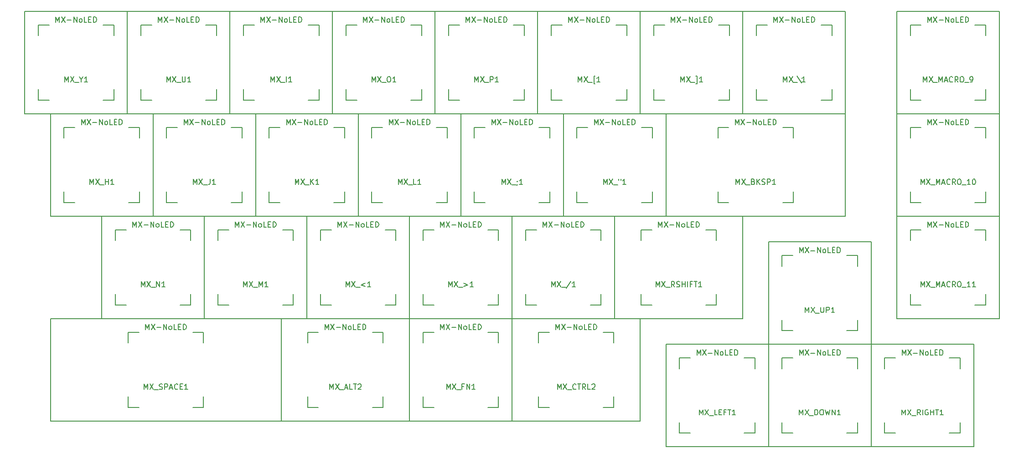
<source format=gbr>
G04 #@! TF.GenerationSoftware,KiCad,Pcbnew,(5.1.4)-1*
G04 #@! TF.CreationDate,2020-12-24T16:57:24-08:00*
G04 #@! TF.ProjectId,fracture-pcb-final,66726163-7475-4726-952d-7063622d6669,rev?*
G04 #@! TF.SameCoordinates,Original*
G04 #@! TF.FileFunction,Drawing*
%FSLAX46Y46*%
G04 Gerber Fmt 4.6, Leading zero omitted, Abs format (unit mm)*
G04 Created by KiCad (PCBNEW (5.1.4)-1) date 2020-12-24 16:57:24*
%MOMM*%
%LPD*%
G04 APERTURE LIST*
%ADD10C,0.150000*%
G04 APERTURE END LIST*
D10*
X298687500Y-59675000D02*
X300687500Y-59675000D01*
X300687500Y-59675000D02*
X300687500Y-61675000D01*
X298687500Y-73675000D02*
X300687500Y-73675000D01*
X300687500Y-73675000D02*
X300687500Y-71675000D01*
X286687500Y-71675000D02*
X286687500Y-73675000D01*
X286687500Y-73675000D02*
X288687500Y-73675000D01*
X288687500Y-59675000D02*
X286687500Y-59675000D01*
X286687500Y-59675000D02*
X286687500Y-61675000D01*
X284162500Y-57150000D02*
X303212500Y-57150000D01*
X303212500Y-57150000D02*
X303212500Y-76200000D01*
X303212500Y-76200000D02*
X284162500Y-76200000D01*
X284162500Y-76200000D02*
X284162500Y-57150000D01*
X155812500Y-59675000D02*
X157812500Y-59675000D01*
X157812500Y-59675000D02*
X157812500Y-61675000D01*
X155812500Y-73675000D02*
X157812500Y-73675000D01*
X157812500Y-73675000D02*
X157812500Y-71675000D01*
X143812500Y-71675000D02*
X143812500Y-73675000D01*
X143812500Y-73675000D02*
X145812500Y-73675000D01*
X145812500Y-59675000D02*
X143812500Y-59675000D01*
X143812500Y-59675000D02*
X143812500Y-61675000D01*
X141287500Y-57150000D02*
X160337500Y-57150000D01*
X160337500Y-57150000D02*
X160337500Y-76200000D01*
X160337500Y-76200000D02*
X141287500Y-76200000D01*
X141287500Y-76200000D02*
X141287500Y-57150000D01*
X227250000Y-97775000D02*
X229250000Y-97775000D01*
X229250000Y-97775000D02*
X229250000Y-99775000D01*
X227250000Y-111775000D02*
X229250000Y-111775000D01*
X229250000Y-111775000D02*
X229250000Y-109775000D01*
X215250000Y-109775000D02*
X215250000Y-111775000D01*
X215250000Y-111775000D02*
X217250000Y-111775000D01*
X217250000Y-97775000D02*
X215250000Y-97775000D01*
X215250000Y-97775000D02*
X215250000Y-99775000D01*
X212725000Y-95250000D02*
X231775000Y-95250000D01*
X231775000Y-95250000D02*
X231775000Y-114300000D01*
X231775000Y-114300000D02*
X212725000Y-114300000D01*
X212725000Y-114300000D02*
X212725000Y-95250000D01*
X136762500Y-59675000D02*
X138762500Y-59675000D01*
X138762500Y-59675000D02*
X138762500Y-61675000D01*
X136762500Y-73675000D02*
X138762500Y-73675000D01*
X138762500Y-73675000D02*
X138762500Y-71675000D01*
X124762500Y-71675000D02*
X124762500Y-73675000D01*
X124762500Y-73675000D02*
X126762500Y-73675000D01*
X126762500Y-59675000D02*
X124762500Y-59675000D01*
X124762500Y-59675000D02*
X124762500Y-61675000D01*
X122237500Y-57150000D02*
X141287500Y-57150000D01*
X141287500Y-57150000D02*
X141287500Y-76200000D01*
X141287500Y-76200000D02*
X122237500Y-76200000D01*
X122237500Y-76200000D02*
X122237500Y-57150000D01*
X236775000Y-78725000D02*
X238775000Y-78725000D01*
X238775000Y-78725000D02*
X238775000Y-80725000D01*
X236775000Y-92725000D02*
X238775000Y-92725000D01*
X238775000Y-92725000D02*
X238775000Y-90725000D01*
X224775000Y-90725000D02*
X224775000Y-92725000D01*
X224775000Y-92725000D02*
X226775000Y-92725000D01*
X226775000Y-78725000D02*
X224775000Y-78725000D01*
X224775000Y-78725000D02*
X224775000Y-80725000D01*
X222250000Y-76200000D02*
X241300000Y-76200000D01*
X241300000Y-76200000D02*
X241300000Y-95250000D01*
X241300000Y-95250000D02*
X222250000Y-95250000D01*
X222250000Y-95250000D02*
X222250000Y-76200000D01*
X298687500Y-78725000D02*
X300687500Y-78725000D01*
X300687500Y-78725000D02*
X300687500Y-80725000D01*
X298687500Y-92725000D02*
X300687500Y-92725000D01*
X300687500Y-92725000D02*
X300687500Y-90725000D01*
X286687500Y-90725000D02*
X286687500Y-92725000D01*
X286687500Y-92725000D02*
X288687500Y-92725000D01*
X288687500Y-78725000D02*
X286687500Y-78725000D01*
X286687500Y-78725000D02*
X286687500Y-80725000D01*
X284162500Y-76200000D02*
X303212500Y-76200000D01*
X303212500Y-76200000D02*
X303212500Y-95250000D01*
X303212500Y-95250000D02*
X284162500Y-95250000D01*
X284162500Y-95250000D02*
X284162500Y-76200000D01*
X193912500Y-59675000D02*
X195912500Y-59675000D01*
X195912500Y-59675000D02*
X195912500Y-61675000D01*
X193912500Y-73675000D02*
X195912500Y-73675000D01*
X195912500Y-73675000D02*
X195912500Y-71675000D01*
X181912500Y-71675000D02*
X181912500Y-73675000D01*
X181912500Y-73675000D02*
X183912500Y-73675000D01*
X183912500Y-59675000D02*
X181912500Y-59675000D01*
X181912500Y-59675000D02*
X181912500Y-61675000D01*
X179387500Y-57150000D02*
X198437500Y-57150000D01*
X198437500Y-57150000D02*
X198437500Y-76200000D01*
X198437500Y-76200000D02*
X179387500Y-76200000D01*
X179387500Y-76200000D02*
X179387500Y-57150000D01*
X293925000Y-121587500D02*
X295925000Y-121587500D01*
X295925000Y-121587500D02*
X295925000Y-123587500D01*
X293925000Y-135587500D02*
X295925000Y-135587500D01*
X295925000Y-135587500D02*
X295925000Y-133587500D01*
X281925000Y-133587500D02*
X281925000Y-135587500D01*
X281925000Y-135587500D02*
X283925000Y-135587500D01*
X283925000Y-121587500D02*
X281925000Y-121587500D01*
X281925000Y-121587500D02*
X281925000Y-123587500D01*
X279400000Y-119062500D02*
X298450000Y-119062500D01*
X298450000Y-119062500D02*
X298450000Y-138112500D01*
X298450000Y-138112500D02*
X279400000Y-138112500D01*
X279400000Y-138112500D02*
X279400000Y-119062500D01*
X153431250Y-116825000D02*
X155431250Y-116825000D01*
X155431250Y-116825000D02*
X155431250Y-118825000D01*
X153431250Y-130825000D02*
X155431250Y-130825000D01*
X155431250Y-130825000D02*
X155431250Y-128825000D01*
X141431250Y-128825000D02*
X141431250Y-130825000D01*
X141431250Y-130825000D02*
X143431250Y-130825000D01*
X143431250Y-116825000D02*
X141431250Y-116825000D01*
X141431250Y-116825000D02*
X141431250Y-118825000D01*
X127000000Y-114300000D02*
X169862500Y-114300000D01*
X169862500Y-114300000D02*
X169862500Y-133350000D01*
X127000000Y-133350000D02*
X169862500Y-133350000D01*
X127000000Y-133350000D02*
X127000000Y-114300000D01*
X298687500Y-97775000D02*
X300687500Y-97775000D01*
X300687500Y-97775000D02*
X300687500Y-99775000D01*
X298687500Y-111775000D02*
X300687500Y-111775000D01*
X300687500Y-111775000D02*
X300687500Y-109775000D01*
X286687500Y-109775000D02*
X286687500Y-111775000D01*
X286687500Y-111775000D02*
X288687500Y-111775000D01*
X288687500Y-97775000D02*
X286687500Y-97775000D01*
X286687500Y-97775000D02*
X286687500Y-99775000D01*
X284162500Y-95250000D02*
X303212500Y-95250000D01*
X303212500Y-95250000D02*
X303212500Y-114300000D01*
X303212500Y-114300000D02*
X284162500Y-114300000D01*
X284162500Y-114300000D02*
X284162500Y-95250000D01*
X151050000Y-97775000D02*
X153050000Y-97775000D01*
X153050000Y-97775000D02*
X153050000Y-99775000D01*
X151050000Y-111775000D02*
X153050000Y-111775000D01*
X153050000Y-111775000D02*
X153050000Y-109775000D01*
X139050000Y-109775000D02*
X139050000Y-111775000D01*
X139050000Y-111775000D02*
X141050000Y-111775000D01*
X141050000Y-97775000D02*
X139050000Y-97775000D01*
X139050000Y-97775000D02*
X139050000Y-99775000D01*
X136525000Y-95250000D02*
X155575000Y-95250000D01*
X155575000Y-95250000D02*
X155575000Y-114300000D01*
X155575000Y-114300000D02*
X136525000Y-114300000D01*
X136525000Y-114300000D02*
X136525000Y-95250000D01*
X198675000Y-78725000D02*
X200675000Y-78725000D01*
X200675000Y-78725000D02*
X200675000Y-80725000D01*
X198675000Y-92725000D02*
X200675000Y-92725000D01*
X200675000Y-92725000D02*
X200675000Y-90725000D01*
X186675000Y-90725000D02*
X186675000Y-92725000D01*
X186675000Y-92725000D02*
X188675000Y-92725000D01*
X188675000Y-78725000D02*
X186675000Y-78725000D01*
X186675000Y-78725000D02*
X186675000Y-80725000D01*
X184150000Y-76200000D02*
X203200000Y-76200000D01*
X203200000Y-76200000D02*
X203200000Y-95250000D01*
X203200000Y-95250000D02*
X184150000Y-95250000D01*
X184150000Y-95250000D02*
X184150000Y-76200000D01*
X217725000Y-78725000D02*
X219725000Y-78725000D01*
X219725000Y-78725000D02*
X219725000Y-80725000D01*
X217725000Y-92725000D02*
X219725000Y-92725000D01*
X219725000Y-92725000D02*
X219725000Y-90725000D01*
X205725000Y-90725000D02*
X205725000Y-92725000D01*
X205725000Y-92725000D02*
X207725000Y-92725000D01*
X207725000Y-78725000D02*
X205725000Y-78725000D01*
X205725000Y-78725000D02*
X205725000Y-80725000D01*
X203200000Y-76200000D02*
X222250000Y-76200000D01*
X222250000Y-76200000D02*
X222250000Y-95250000D01*
X222250000Y-95250000D02*
X203200000Y-95250000D01*
X203200000Y-95250000D02*
X203200000Y-76200000D01*
X274875000Y-102537500D02*
X276875000Y-102537500D01*
X276875000Y-102537500D02*
X276875000Y-104537500D01*
X274875000Y-116537500D02*
X276875000Y-116537500D01*
X276875000Y-116537500D02*
X276875000Y-114537500D01*
X262875000Y-114537500D02*
X262875000Y-116537500D01*
X262875000Y-116537500D02*
X264875000Y-116537500D01*
X264875000Y-102537500D02*
X262875000Y-102537500D01*
X262875000Y-102537500D02*
X262875000Y-104537500D01*
X260350000Y-100012500D02*
X279400000Y-100012500D01*
X279400000Y-100012500D02*
X279400000Y-119062500D01*
X279400000Y-119062500D02*
X260350000Y-119062500D01*
X260350000Y-119062500D02*
X260350000Y-100012500D01*
X270112500Y-59675000D02*
X272112500Y-59675000D01*
X272112500Y-59675000D02*
X272112500Y-61675000D01*
X270112500Y-73675000D02*
X272112500Y-73675000D01*
X272112500Y-73675000D02*
X272112500Y-71675000D01*
X258112500Y-71675000D02*
X258112500Y-73675000D01*
X258112500Y-73675000D02*
X260112500Y-73675000D01*
X260112500Y-59675000D02*
X258112500Y-59675000D01*
X258112500Y-59675000D02*
X258112500Y-61675000D01*
X255587500Y-57150000D02*
X274637500Y-57150000D01*
X274637500Y-57150000D02*
X274637500Y-76200000D01*
X274637500Y-76200000D02*
X255587500Y-76200000D01*
X255587500Y-76200000D02*
X255587500Y-57150000D01*
X208200000Y-97775000D02*
X210200000Y-97775000D01*
X210200000Y-97775000D02*
X210200000Y-99775000D01*
X208200000Y-111775000D02*
X210200000Y-111775000D01*
X210200000Y-111775000D02*
X210200000Y-109775000D01*
X196200000Y-109775000D02*
X196200000Y-111775000D01*
X196200000Y-111775000D02*
X198200000Y-111775000D01*
X198200000Y-97775000D02*
X196200000Y-97775000D01*
X196200000Y-97775000D02*
X196200000Y-99775000D01*
X193675000Y-95250000D02*
X212725000Y-95250000D01*
X212725000Y-95250000D02*
X212725000Y-114300000D01*
X212725000Y-114300000D02*
X193675000Y-114300000D01*
X193675000Y-114300000D02*
X193675000Y-95250000D01*
X232012500Y-59675000D02*
X234012500Y-59675000D01*
X234012500Y-59675000D02*
X234012500Y-61675000D01*
X232012500Y-73675000D02*
X234012500Y-73675000D01*
X234012500Y-73675000D02*
X234012500Y-71675000D01*
X220012500Y-71675000D02*
X220012500Y-73675000D01*
X220012500Y-73675000D02*
X222012500Y-73675000D01*
X222012500Y-59675000D02*
X220012500Y-59675000D01*
X220012500Y-59675000D02*
X220012500Y-61675000D01*
X217487500Y-57150000D02*
X236537500Y-57150000D01*
X236537500Y-57150000D02*
X236537500Y-76200000D01*
X236537500Y-76200000D02*
X217487500Y-76200000D01*
X217487500Y-76200000D02*
X217487500Y-57150000D01*
X160575000Y-78725000D02*
X162575000Y-78725000D01*
X162575000Y-78725000D02*
X162575000Y-80725000D01*
X160575000Y-92725000D02*
X162575000Y-92725000D01*
X162575000Y-92725000D02*
X162575000Y-90725000D01*
X148575000Y-90725000D02*
X148575000Y-92725000D01*
X148575000Y-92725000D02*
X150575000Y-92725000D01*
X150575000Y-78725000D02*
X148575000Y-78725000D01*
X148575000Y-78725000D02*
X148575000Y-80725000D01*
X146050000Y-76200000D02*
X165100000Y-76200000D01*
X165100000Y-76200000D02*
X165100000Y-95250000D01*
X165100000Y-95250000D02*
X146050000Y-95250000D01*
X146050000Y-95250000D02*
X146050000Y-76200000D01*
X208200000Y-116825000D02*
X210200000Y-116825000D01*
X210200000Y-116825000D02*
X210200000Y-118825000D01*
X208200000Y-130825000D02*
X210200000Y-130825000D01*
X210200000Y-130825000D02*
X210200000Y-128825000D01*
X196200000Y-128825000D02*
X196200000Y-130825000D01*
X196200000Y-130825000D02*
X198200000Y-130825000D01*
X198200000Y-116825000D02*
X196200000Y-116825000D01*
X196200000Y-116825000D02*
X196200000Y-118825000D01*
X193675000Y-114300000D02*
X212725000Y-114300000D01*
X212725000Y-114300000D02*
X212725000Y-133350000D01*
X212725000Y-133350000D02*
X193675000Y-133350000D01*
X193675000Y-133350000D02*
X193675000Y-114300000D01*
X255825000Y-121587500D02*
X257825000Y-121587500D01*
X257825000Y-121587500D02*
X257825000Y-123587500D01*
X255825000Y-135587500D02*
X257825000Y-135587500D01*
X257825000Y-135587500D02*
X257825000Y-133587500D01*
X243825000Y-133587500D02*
X243825000Y-135587500D01*
X243825000Y-135587500D02*
X245825000Y-135587500D01*
X245825000Y-121587500D02*
X243825000Y-121587500D01*
X243825000Y-121587500D02*
X243825000Y-123587500D01*
X241300000Y-119062500D02*
X260350000Y-119062500D01*
X260350000Y-119062500D02*
X260350000Y-138112500D01*
X260350000Y-138112500D02*
X241300000Y-138112500D01*
X241300000Y-138112500D02*
X241300000Y-119062500D01*
X170100000Y-97775000D02*
X172100000Y-97775000D01*
X172100000Y-97775000D02*
X172100000Y-99775000D01*
X170100000Y-111775000D02*
X172100000Y-111775000D01*
X172100000Y-111775000D02*
X172100000Y-109775000D01*
X158100000Y-109775000D02*
X158100000Y-111775000D01*
X158100000Y-111775000D02*
X160100000Y-111775000D01*
X160100000Y-97775000D02*
X158100000Y-97775000D01*
X158100000Y-97775000D02*
X158100000Y-99775000D01*
X155575000Y-95250000D02*
X174625000Y-95250000D01*
X174625000Y-95250000D02*
X174625000Y-114300000D01*
X174625000Y-114300000D02*
X155575000Y-114300000D01*
X155575000Y-114300000D02*
X155575000Y-95250000D01*
X251062500Y-59675000D02*
X253062500Y-59675000D01*
X253062500Y-59675000D02*
X253062500Y-61675000D01*
X251062500Y-73675000D02*
X253062500Y-73675000D01*
X253062500Y-73675000D02*
X253062500Y-71675000D01*
X239062500Y-71675000D02*
X239062500Y-73675000D01*
X239062500Y-73675000D02*
X241062500Y-73675000D01*
X241062500Y-59675000D02*
X239062500Y-59675000D01*
X239062500Y-59675000D02*
X239062500Y-61675000D01*
X236537500Y-57150000D02*
X255587500Y-57150000D01*
X255587500Y-57150000D02*
X255587500Y-76200000D01*
X255587500Y-76200000D02*
X236537500Y-76200000D01*
X236537500Y-76200000D02*
X236537500Y-57150000D01*
X141525000Y-78725000D02*
X143525000Y-78725000D01*
X143525000Y-78725000D02*
X143525000Y-80725000D01*
X141525000Y-92725000D02*
X143525000Y-92725000D01*
X143525000Y-92725000D02*
X143525000Y-90725000D01*
X129525000Y-90725000D02*
X129525000Y-92725000D01*
X129525000Y-92725000D02*
X131525000Y-92725000D01*
X131525000Y-78725000D02*
X129525000Y-78725000D01*
X129525000Y-78725000D02*
X129525000Y-80725000D01*
X127000000Y-76200000D02*
X146050000Y-76200000D01*
X146050000Y-76200000D02*
X146050000Y-95250000D01*
X146050000Y-95250000D02*
X127000000Y-95250000D01*
X127000000Y-95250000D02*
X127000000Y-76200000D01*
X248681250Y-97775000D02*
X250681250Y-97775000D01*
X250681250Y-97775000D02*
X250681250Y-99775000D01*
X248681250Y-111775000D02*
X250681250Y-111775000D01*
X250681250Y-111775000D02*
X250681250Y-109775000D01*
X236681250Y-109775000D02*
X236681250Y-111775000D01*
X236681250Y-111775000D02*
X238681250Y-111775000D01*
X238681250Y-97775000D02*
X236681250Y-97775000D01*
X236681250Y-97775000D02*
X236681250Y-99775000D01*
X231775000Y-95250000D02*
X255587500Y-95250000D01*
X255587500Y-95250000D02*
X255587500Y-114300000D01*
X231775000Y-114300000D02*
X255587500Y-114300000D01*
X231775000Y-114300000D02*
X231775000Y-95250000D01*
X189150000Y-97775000D02*
X191150000Y-97775000D01*
X191150000Y-97775000D02*
X191150000Y-99775000D01*
X189150000Y-111775000D02*
X191150000Y-111775000D01*
X191150000Y-111775000D02*
X191150000Y-109775000D01*
X177150000Y-109775000D02*
X177150000Y-111775000D01*
X177150000Y-111775000D02*
X179150000Y-111775000D01*
X179150000Y-97775000D02*
X177150000Y-97775000D01*
X177150000Y-97775000D02*
X177150000Y-99775000D01*
X174625000Y-95250000D02*
X193675000Y-95250000D01*
X193675000Y-95250000D02*
X193675000Y-114300000D01*
X193675000Y-114300000D02*
X174625000Y-114300000D01*
X174625000Y-114300000D02*
X174625000Y-95250000D01*
X274875000Y-121587500D02*
X276875000Y-121587500D01*
X276875000Y-121587500D02*
X276875000Y-123587500D01*
X274875000Y-135587500D02*
X276875000Y-135587500D01*
X276875000Y-135587500D02*
X276875000Y-133587500D01*
X262875000Y-133587500D02*
X262875000Y-135587500D01*
X262875000Y-135587500D02*
X264875000Y-135587500D01*
X264875000Y-121587500D02*
X262875000Y-121587500D01*
X262875000Y-121587500D02*
X262875000Y-123587500D01*
X260350000Y-119062500D02*
X279400000Y-119062500D01*
X279400000Y-119062500D02*
X279400000Y-138112500D01*
X279400000Y-138112500D02*
X260350000Y-138112500D01*
X260350000Y-138112500D02*
X260350000Y-119062500D01*
X186768750Y-116825000D02*
X188768750Y-116825000D01*
X188768750Y-116825000D02*
X188768750Y-118825000D01*
X186768750Y-130825000D02*
X188768750Y-130825000D01*
X188768750Y-130825000D02*
X188768750Y-128825000D01*
X174768750Y-128825000D02*
X174768750Y-130825000D01*
X174768750Y-130825000D02*
X176768750Y-130825000D01*
X176768750Y-116825000D02*
X174768750Y-116825000D01*
X174768750Y-116825000D02*
X174768750Y-118825000D01*
X169862500Y-114300000D02*
X193675000Y-114300000D01*
X193675000Y-114300000D02*
X193675000Y-133350000D01*
X169862500Y-133350000D02*
X193675000Y-133350000D01*
X169862500Y-133350000D02*
X169862500Y-114300000D01*
X212962500Y-59675000D02*
X214962500Y-59675000D01*
X214962500Y-59675000D02*
X214962500Y-61675000D01*
X212962500Y-73675000D02*
X214962500Y-73675000D01*
X214962500Y-73675000D02*
X214962500Y-71675000D01*
X200962500Y-71675000D02*
X200962500Y-73675000D01*
X200962500Y-73675000D02*
X202962500Y-73675000D01*
X202962500Y-59675000D02*
X200962500Y-59675000D01*
X200962500Y-59675000D02*
X200962500Y-61675000D01*
X198437500Y-57150000D02*
X217487500Y-57150000D01*
X217487500Y-57150000D02*
X217487500Y-76200000D01*
X217487500Y-76200000D02*
X198437500Y-76200000D01*
X198437500Y-76200000D02*
X198437500Y-57150000D01*
X229631250Y-116825000D02*
X231631250Y-116825000D01*
X231631250Y-116825000D02*
X231631250Y-118825000D01*
X229631250Y-130825000D02*
X231631250Y-130825000D01*
X231631250Y-130825000D02*
X231631250Y-128825000D01*
X217631250Y-128825000D02*
X217631250Y-130825000D01*
X217631250Y-130825000D02*
X219631250Y-130825000D01*
X219631250Y-116825000D02*
X217631250Y-116825000D01*
X217631250Y-116825000D02*
X217631250Y-118825000D01*
X212725000Y-114300000D02*
X236537500Y-114300000D01*
X236537500Y-114300000D02*
X236537500Y-133350000D01*
X212725000Y-133350000D02*
X236537500Y-133350000D01*
X212725000Y-133350000D02*
X212725000Y-114300000D01*
X262968750Y-78725000D02*
X264968750Y-78725000D01*
X264968750Y-78725000D02*
X264968750Y-80725000D01*
X262968750Y-92725000D02*
X264968750Y-92725000D01*
X264968750Y-92725000D02*
X264968750Y-90725000D01*
X250968750Y-90725000D02*
X250968750Y-92725000D01*
X250968750Y-92725000D02*
X252968750Y-92725000D01*
X252968750Y-78725000D02*
X250968750Y-78725000D01*
X250968750Y-78725000D02*
X250968750Y-80725000D01*
X241300000Y-76200000D02*
X274637500Y-76200000D01*
X274637500Y-76200000D02*
X274637500Y-95250000D01*
X241300000Y-95250000D02*
X274637500Y-95250000D01*
X241300000Y-95250000D02*
X241300000Y-76200000D01*
X179625000Y-78725000D02*
X181625000Y-78725000D01*
X181625000Y-78725000D02*
X181625000Y-80725000D01*
X179625000Y-92725000D02*
X181625000Y-92725000D01*
X181625000Y-92725000D02*
X181625000Y-90725000D01*
X167625000Y-90725000D02*
X167625000Y-92725000D01*
X167625000Y-92725000D02*
X169625000Y-92725000D01*
X169625000Y-78725000D02*
X167625000Y-78725000D01*
X167625000Y-78725000D02*
X167625000Y-80725000D01*
X165100000Y-76200000D02*
X184150000Y-76200000D01*
X184150000Y-76200000D02*
X184150000Y-95250000D01*
X184150000Y-95250000D02*
X165100000Y-95250000D01*
X165100000Y-95250000D02*
X165100000Y-76200000D01*
X174862500Y-59675000D02*
X176862500Y-59675000D01*
X176862500Y-59675000D02*
X176862500Y-61675000D01*
X174862500Y-73675000D02*
X176862500Y-73675000D01*
X176862500Y-73675000D02*
X176862500Y-71675000D01*
X162862500Y-71675000D02*
X162862500Y-73675000D01*
X162862500Y-73675000D02*
X164862500Y-73675000D01*
X164862500Y-59675000D02*
X162862500Y-59675000D01*
X162862500Y-59675000D02*
X162862500Y-61675000D01*
X160337500Y-57150000D02*
X179387500Y-57150000D01*
X179387500Y-57150000D02*
X179387500Y-76200000D01*
X179387500Y-76200000D02*
X160337500Y-76200000D01*
X160337500Y-76200000D02*
X160337500Y-57150000D01*
X289116071Y-70302380D02*
X289116071Y-69302380D01*
X289449404Y-70016666D01*
X289782738Y-69302380D01*
X289782738Y-70302380D01*
X290163690Y-69302380D02*
X290830357Y-70302380D01*
X290830357Y-69302380D02*
X290163690Y-70302380D01*
X290973214Y-70397619D02*
X291735119Y-70397619D01*
X291973214Y-70302380D02*
X291973214Y-69302380D01*
X292306547Y-70016666D01*
X292639880Y-69302380D01*
X292639880Y-70302380D01*
X293068452Y-70016666D02*
X293544642Y-70016666D01*
X292973214Y-70302380D02*
X293306547Y-69302380D01*
X293639880Y-70302380D01*
X294544642Y-70207142D02*
X294497023Y-70254761D01*
X294354166Y-70302380D01*
X294258928Y-70302380D01*
X294116071Y-70254761D01*
X294020833Y-70159523D01*
X293973214Y-70064285D01*
X293925595Y-69873809D01*
X293925595Y-69730952D01*
X293973214Y-69540476D01*
X294020833Y-69445238D01*
X294116071Y-69350000D01*
X294258928Y-69302380D01*
X294354166Y-69302380D01*
X294497023Y-69350000D01*
X294544642Y-69397619D01*
X295544642Y-70302380D02*
X295211309Y-69826190D01*
X294973214Y-70302380D02*
X294973214Y-69302380D01*
X295354166Y-69302380D01*
X295449404Y-69350000D01*
X295497023Y-69397619D01*
X295544642Y-69492857D01*
X295544642Y-69635714D01*
X295497023Y-69730952D01*
X295449404Y-69778571D01*
X295354166Y-69826190D01*
X294973214Y-69826190D01*
X296163690Y-69302380D02*
X296354166Y-69302380D01*
X296449404Y-69350000D01*
X296544642Y-69445238D01*
X296592261Y-69635714D01*
X296592261Y-69969047D01*
X296544642Y-70159523D01*
X296449404Y-70254761D01*
X296354166Y-70302380D01*
X296163690Y-70302380D01*
X296068452Y-70254761D01*
X295973214Y-70159523D01*
X295925595Y-69969047D01*
X295925595Y-69635714D01*
X295973214Y-69445238D01*
X296068452Y-69350000D01*
X296163690Y-69302380D01*
X296782738Y-70397619D02*
X297544642Y-70397619D01*
X297830357Y-70302380D02*
X298020833Y-70302380D01*
X298116071Y-70254761D01*
X298163690Y-70207142D01*
X298258928Y-70064285D01*
X298306547Y-69873809D01*
X298306547Y-69492857D01*
X298258928Y-69397619D01*
X298211309Y-69350000D01*
X298116071Y-69302380D01*
X297925595Y-69302380D01*
X297830357Y-69350000D01*
X297782738Y-69397619D01*
X297735119Y-69492857D01*
X297735119Y-69730952D01*
X297782738Y-69826190D01*
X297830357Y-69873809D01*
X297925595Y-69921428D01*
X298116071Y-69921428D01*
X298211309Y-69873809D01*
X298258928Y-69826190D01*
X298306547Y-69730952D01*
X289925595Y-59189880D02*
X289925595Y-58189880D01*
X290258928Y-58904166D01*
X290592261Y-58189880D01*
X290592261Y-59189880D01*
X290973214Y-58189880D02*
X291639880Y-59189880D01*
X291639880Y-58189880D02*
X290973214Y-59189880D01*
X292020833Y-58808928D02*
X292782738Y-58808928D01*
X293258928Y-59189880D02*
X293258928Y-58189880D01*
X293830357Y-59189880D01*
X293830357Y-58189880D01*
X294449404Y-59189880D02*
X294354166Y-59142261D01*
X294306547Y-59094642D01*
X294258928Y-58999404D01*
X294258928Y-58713690D01*
X294306547Y-58618452D01*
X294354166Y-58570833D01*
X294449404Y-58523214D01*
X294592261Y-58523214D01*
X294687500Y-58570833D01*
X294735119Y-58618452D01*
X294782738Y-58713690D01*
X294782738Y-58999404D01*
X294735119Y-59094642D01*
X294687500Y-59142261D01*
X294592261Y-59189880D01*
X294449404Y-59189880D01*
X295687500Y-59189880D02*
X295211309Y-59189880D01*
X295211309Y-58189880D01*
X296020833Y-58666071D02*
X296354166Y-58666071D01*
X296497023Y-59189880D02*
X296020833Y-59189880D01*
X296020833Y-58189880D01*
X296497023Y-58189880D01*
X296925595Y-59189880D02*
X296925595Y-58189880D01*
X297163690Y-58189880D01*
X297306547Y-58237500D01*
X297401785Y-58332738D01*
X297449404Y-58427976D01*
X297497023Y-58618452D01*
X297497023Y-58761309D01*
X297449404Y-58951785D01*
X297401785Y-59047023D01*
X297306547Y-59142261D01*
X297163690Y-59189880D01*
X296925595Y-59189880D01*
X148622023Y-70302380D02*
X148622023Y-69302380D01*
X148955357Y-70016666D01*
X149288690Y-69302380D01*
X149288690Y-70302380D01*
X149669642Y-69302380D02*
X150336309Y-70302380D01*
X150336309Y-69302380D02*
X149669642Y-70302380D01*
X150479166Y-70397619D02*
X151241071Y-70397619D01*
X151479166Y-69302380D02*
X151479166Y-70111904D01*
X151526785Y-70207142D01*
X151574404Y-70254761D01*
X151669642Y-70302380D01*
X151860119Y-70302380D01*
X151955357Y-70254761D01*
X152002976Y-70207142D01*
X152050595Y-70111904D01*
X152050595Y-69302380D01*
X153050595Y-70302380D02*
X152479166Y-70302380D01*
X152764880Y-70302380D02*
X152764880Y-69302380D01*
X152669642Y-69445238D01*
X152574404Y-69540476D01*
X152479166Y-69588095D01*
X147050595Y-59189880D02*
X147050595Y-58189880D01*
X147383928Y-58904166D01*
X147717261Y-58189880D01*
X147717261Y-59189880D01*
X148098214Y-58189880D02*
X148764880Y-59189880D01*
X148764880Y-58189880D02*
X148098214Y-59189880D01*
X149145833Y-58808928D02*
X149907738Y-58808928D01*
X150383928Y-59189880D02*
X150383928Y-58189880D01*
X150955357Y-59189880D01*
X150955357Y-58189880D01*
X151574404Y-59189880D02*
X151479166Y-59142261D01*
X151431547Y-59094642D01*
X151383928Y-58999404D01*
X151383928Y-58713690D01*
X151431547Y-58618452D01*
X151479166Y-58570833D01*
X151574404Y-58523214D01*
X151717261Y-58523214D01*
X151812500Y-58570833D01*
X151860119Y-58618452D01*
X151907738Y-58713690D01*
X151907738Y-58999404D01*
X151860119Y-59094642D01*
X151812500Y-59142261D01*
X151717261Y-59189880D01*
X151574404Y-59189880D01*
X152812500Y-59189880D02*
X152336309Y-59189880D01*
X152336309Y-58189880D01*
X153145833Y-58666071D02*
X153479166Y-58666071D01*
X153622023Y-59189880D02*
X153145833Y-59189880D01*
X153145833Y-58189880D01*
X153622023Y-58189880D01*
X154050595Y-59189880D02*
X154050595Y-58189880D01*
X154288690Y-58189880D01*
X154431547Y-58237500D01*
X154526785Y-58332738D01*
X154574404Y-58427976D01*
X154622023Y-58618452D01*
X154622023Y-58761309D01*
X154574404Y-58951785D01*
X154526785Y-59047023D01*
X154431547Y-59142261D01*
X154288690Y-59189880D01*
X154050595Y-59189880D01*
X220059523Y-108402380D02*
X220059523Y-107402380D01*
X220392857Y-108116666D01*
X220726190Y-107402380D01*
X220726190Y-108402380D01*
X221107142Y-107402380D02*
X221773809Y-108402380D01*
X221773809Y-107402380D02*
X221107142Y-108402380D01*
X221916666Y-108497619D02*
X222678571Y-108497619D01*
X223630952Y-107354761D02*
X222773809Y-108640476D01*
X224488095Y-108402380D02*
X223916666Y-108402380D01*
X224202380Y-108402380D02*
X224202380Y-107402380D01*
X224107142Y-107545238D01*
X224011904Y-107640476D01*
X223916666Y-107688095D01*
X218488095Y-97289880D02*
X218488095Y-96289880D01*
X218821428Y-97004166D01*
X219154761Y-96289880D01*
X219154761Y-97289880D01*
X219535714Y-96289880D02*
X220202380Y-97289880D01*
X220202380Y-96289880D02*
X219535714Y-97289880D01*
X220583333Y-96908928D02*
X221345238Y-96908928D01*
X221821428Y-97289880D02*
X221821428Y-96289880D01*
X222392857Y-97289880D01*
X222392857Y-96289880D01*
X223011904Y-97289880D02*
X222916666Y-97242261D01*
X222869047Y-97194642D01*
X222821428Y-97099404D01*
X222821428Y-96813690D01*
X222869047Y-96718452D01*
X222916666Y-96670833D01*
X223011904Y-96623214D01*
X223154761Y-96623214D01*
X223250000Y-96670833D01*
X223297619Y-96718452D01*
X223345238Y-96813690D01*
X223345238Y-97099404D01*
X223297619Y-97194642D01*
X223250000Y-97242261D01*
X223154761Y-97289880D01*
X223011904Y-97289880D01*
X224250000Y-97289880D02*
X223773809Y-97289880D01*
X223773809Y-96289880D01*
X224583333Y-96766071D02*
X224916666Y-96766071D01*
X225059523Y-97289880D02*
X224583333Y-97289880D01*
X224583333Y-96289880D01*
X225059523Y-96289880D01*
X225488095Y-97289880D02*
X225488095Y-96289880D01*
X225726190Y-96289880D01*
X225869047Y-96337500D01*
X225964285Y-96432738D01*
X226011904Y-96527976D01*
X226059523Y-96718452D01*
X226059523Y-96861309D01*
X226011904Y-97051785D01*
X225964285Y-97147023D01*
X225869047Y-97242261D01*
X225726190Y-97289880D01*
X225488095Y-97289880D01*
X129667261Y-70302380D02*
X129667261Y-69302380D01*
X130000595Y-70016666D01*
X130333928Y-69302380D01*
X130333928Y-70302380D01*
X130714880Y-69302380D02*
X131381547Y-70302380D01*
X131381547Y-69302380D02*
X130714880Y-70302380D01*
X131524404Y-70397619D02*
X132286309Y-70397619D01*
X132714880Y-69826190D02*
X132714880Y-70302380D01*
X132381547Y-69302380D02*
X132714880Y-69826190D01*
X133048214Y-69302380D01*
X133905357Y-70302380D02*
X133333928Y-70302380D01*
X133619642Y-70302380D02*
X133619642Y-69302380D01*
X133524404Y-69445238D01*
X133429166Y-69540476D01*
X133333928Y-69588095D01*
X128000595Y-59189880D02*
X128000595Y-58189880D01*
X128333928Y-58904166D01*
X128667261Y-58189880D01*
X128667261Y-59189880D01*
X129048214Y-58189880D02*
X129714880Y-59189880D01*
X129714880Y-58189880D02*
X129048214Y-59189880D01*
X130095833Y-58808928D02*
X130857738Y-58808928D01*
X131333928Y-59189880D02*
X131333928Y-58189880D01*
X131905357Y-59189880D01*
X131905357Y-58189880D01*
X132524404Y-59189880D02*
X132429166Y-59142261D01*
X132381547Y-59094642D01*
X132333928Y-58999404D01*
X132333928Y-58713690D01*
X132381547Y-58618452D01*
X132429166Y-58570833D01*
X132524404Y-58523214D01*
X132667261Y-58523214D01*
X132762500Y-58570833D01*
X132810119Y-58618452D01*
X132857738Y-58713690D01*
X132857738Y-58999404D01*
X132810119Y-59094642D01*
X132762500Y-59142261D01*
X132667261Y-59189880D01*
X132524404Y-59189880D01*
X133762500Y-59189880D02*
X133286309Y-59189880D01*
X133286309Y-58189880D01*
X134095833Y-58666071D02*
X134429166Y-58666071D01*
X134572023Y-59189880D02*
X134095833Y-59189880D01*
X134095833Y-58189880D01*
X134572023Y-58189880D01*
X135000595Y-59189880D02*
X135000595Y-58189880D01*
X135238690Y-58189880D01*
X135381547Y-58237500D01*
X135476785Y-58332738D01*
X135524404Y-58427976D01*
X135572023Y-58618452D01*
X135572023Y-58761309D01*
X135524404Y-58951785D01*
X135476785Y-59047023D01*
X135381547Y-59142261D01*
X135238690Y-59189880D01*
X135000595Y-59189880D01*
X229727380Y-89352380D02*
X229727380Y-88352380D01*
X230060714Y-89066666D01*
X230394047Y-88352380D01*
X230394047Y-89352380D01*
X230775000Y-88352380D02*
X231441666Y-89352380D01*
X231441666Y-88352380D02*
X230775000Y-89352380D01*
X231584523Y-89447619D02*
X232346428Y-89447619D01*
X232536904Y-88352380D02*
X232536904Y-88542857D01*
X232917857Y-88352380D02*
X232917857Y-88542857D01*
X233870238Y-89352380D02*
X233298809Y-89352380D01*
X233584523Y-89352380D02*
X233584523Y-88352380D01*
X233489285Y-88495238D01*
X233394047Y-88590476D01*
X233298809Y-88638095D01*
X228013095Y-78239880D02*
X228013095Y-77239880D01*
X228346428Y-77954166D01*
X228679761Y-77239880D01*
X228679761Y-78239880D01*
X229060714Y-77239880D02*
X229727380Y-78239880D01*
X229727380Y-77239880D02*
X229060714Y-78239880D01*
X230108333Y-77858928D02*
X230870238Y-77858928D01*
X231346428Y-78239880D02*
X231346428Y-77239880D01*
X231917857Y-78239880D01*
X231917857Y-77239880D01*
X232536904Y-78239880D02*
X232441666Y-78192261D01*
X232394047Y-78144642D01*
X232346428Y-78049404D01*
X232346428Y-77763690D01*
X232394047Y-77668452D01*
X232441666Y-77620833D01*
X232536904Y-77573214D01*
X232679761Y-77573214D01*
X232775000Y-77620833D01*
X232822619Y-77668452D01*
X232870238Y-77763690D01*
X232870238Y-78049404D01*
X232822619Y-78144642D01*
X232775000Y-78192261D01*
X232679761Y-78239880D01*
X232536904Y-78239880D01*
X233775000Y-78239880D02*
X233298809Y-78239880D01*
X233298809Y-77239880D01*
X234108333Y-77716071D02*
X234441666Y-77716071D01*
X234584523Y-78239880D02*
X234108333Y-78239880D01*
X234108333Y-77239880D01*
X234584523Y-77239880D01*
X235013095Y-78239880D02*
X235013095Y-77239880D01*
X235251190Y-77239880D01*
X235394047Y-77287500D01*
X235489285Y-77382738D01*
X235536904Y-77477976D01*
X235584523Y-77668452D01*
X235584523Y-77811309D01*
X235536904Y-78001785D01*
X235489285Y-78097023D01*
X235394047Y-78192261D01*
X235251190Y-78239880D01*
X235013095Y-78239880D01*
X288639880Y-89352380D02*
X288639880Y-88352380D01*
X288973214Y-89066666D01*
X289306547Y-88352380D01*
X289306547Y-89352380D01*
X289687500Y-88352380D02*
X290354166Y-89352380D01*
X290354166Y-88352380D02*
X289687500Y-89352380D01*
X290497023Y-89447619D02*
X291258928Y-89447619D01*
X291497023Y-89352380D02*
X291497023Y-88352380D01*
X291830357Y-89066666D01*
X292163690Y-88352380D01*
X292163690Y-89352380D01*
X292592261Y-89066666D02*
X293068452Y-89066666D01*
X292497023Y-89352380D02*
X292830357Y-88352380D01*
X293163690Y-89352380D01*
X294068452Y-89257142D02*
X294020833Y-89304761D01*
X293877976Y-89352380D01*
X293782738Y-89352380D01*
X293639880Y-89304761D01*
X293544642Y-89209523D01*
X293497023Y-89114285D01*
X293449404Y-88923809D01*
X293449404Y-88780952D01*
X293497023Y-88590476D01*
X293544642Y-88495238D01*
X293639880Y-88400000D01*
X293782738Y-88352380D01*
X293877976Y-88352380D01*
X294020833Y-88400000D01*
X294068452Y-88447619D01*
X295068452Y-89352380D02*
X294735119Y-88876190D01*
X294497023Y-89352380D02*
X294497023Y-88352380D01*
X294877976Y-88352380D01*
X294973214Y-88400000D01*
X295020833Y-88447619D01*
X295068452Y-88542857D01*
X295068452Y-88685714D01*
X295020833Y-88780952D01*
X294973214Y-88828571D01*
X294877976Y-88876190D01*
X294497023Y-88876190D01*
X295687500Y-88352380D02*
X295877976Y-88352380D01*
X295973214Y-88400000D01*
X296068452Y-88495238D01*
X296116071Y-88685714D01*
X296116071Y-89019047D01*
X296068452Y-89209523D01*
X295973214Y-89304761D01*
X295877976Y-89352380D01*
X295687500Y-89352380D01*
X295592261Y-89304761D01*
X295497023Y-89209523D01*
X295449404Y-89019047D01*
X295449404Y-88685714D01*
X295497023Y-88495238D01*
X295592261Y-88400000D01*
X295687500Y-88352380D01*
X296306547Y-89447619D02*
X297068452Y-89447619D01*
X297830357Y-89352380D02*
X297258928Y-89352380D01*
X297544642Y-89352380D02*
X297544642Y-88352380D01*
X297449404Y-88495238D01*
X297354166Y-88590476D01*
X297258928Y-88638095D01*
X298449404Y-88352380D02*
X298544642Y-88352380D01*
X298639880Y-88400000D01*
X298687500Y-88447619D01*
X298735119Y-88542857D01*
X298782738Y-88733333D01*
X298782738Y-88971428D01*
X298735119Y-89161904D01*
X298687500Y-89257142D01*
X298639880Y-89304761D01*
X298544642Y-89352380D01*
X298449404Y-89352380D01*
X298354166Y-89304761D01*
X298306547Y-89257142D01*
X298258928Y-89161904D01*
X298211309Y-88971428D01*
X298211309Y-88733333D01*
X298258928Y-88542857D01*
X298306547Y-88447619D01*
X298354166Y-88400000D01*
X298449404Y-88352380D01*
X289925595Y-78239880D02*
X289925595Y-77239880D01*
X290258928Y-77954166D01*
X290592261Y-77239880D01*
X290592261Y-78239880D01*
X290973214Y-77239880D02*
X291639880Y-78239880D01*
X291639880Y-77239880D02*
X290973214Y-78239880D01*
X292020833Y-77858928D02*
X292782738Y-77858928D01*
X293258928Y-78239880D02*
X293258928Y-77239880D01*
X293830357Y-78239880D01*
X293830357Y-77239880D01*
X294449404Y-78239880D02*
X294354166Y-78192261D01*
X294306547Y-78144642D01*
X294258928Y-78049404D01*
X294258928Y-77763690D01*
X294306547Y-77668452D01*
X294354166Y-77620833D01*
X294449404Y-77573214D01*
X294592261Y-77573214D01*
X294687500Y-77620833D01*
X294735119Y-77668452D01*
X294782738Y-77763690D01*
X294782738Y-78049404D01*
X294735119Y-78144642D01*
X294687500Y-78192261D01*
X294592261Y-78239880D01*
X294449404Y-78239880D01*
X295687500Y-78239880D02*
X295211309Y-78239880D01*
X295211309Y-77239880D01*
X296020833Y-77716071D02*
X296354166Y-77716071D01*
X296497023Y-78239880D02*
X296020833Y-78239880D01*
X296020833Y-77239880D01*
X296497023Y-77239880D01*
X296925595Y-78239880D02*
X296925595Y-77239880D01*
X297163690Y-77239880D01*
X297306547Y-77287500D01*
X297401785Y-77382738D01*
X297449404Y-77477976D01*
X297497023Y-77668452D01*
X297497023Y-77811309D01*
X297449404Y-78001785D01*
X297401785Y-78097023D01*
X297306547Y-78192261D01*
X297163690Y-78239880D01*
X296925595Y-78239880D01*
X186722023Y-70302380D02*
X186722023Y-69302380D01*
X187055357Y-70016666D01*
X187388690Y-69302380D01*
X187388690Y-70302380D01*
X187769642Y-69302380D02*
X188436309Y-70302380D01*
X188436309Y-69302380D02*
X187769642Y-70302380D01*
X188579166Y-70397619D02*
X189341071Y-70397619D01*
X189769642Y-69302380D02*
X189960119Y-69302380D01*
X190055357Y-69350000D01*
X190150595Y-69445238D01*
X190198214Y-69635714D01*
X190198214Y-69969047D01*
X190150595Y-70159523D01*
X190055357Y-70254761D01*
X189960119Y-70302380D01*
X189769642Y-70302380D01*
X189674404Y-70254761D01*
X189579166Y-70159523D01*
X189531547Y-69969047D01*
X189531547Y-69635714D01*
X189579166Y-69445238D01*
X189674404Y-69350000D01*
X189769642Y-69302380D01*
X191150595Y-70302380D02*
X190579166Y-70302380D01*
X190864880Y-70302380D02*
X190864880Y-69302380D01*
X190769642Y-69445238D01*
X190674404Y-69540476D01*
X190579166Y-69588095D01*
X185150595Y-59189880D02*
X185150595Y-58189880D01*
X185483928Y-58904166D01*
X185817261Y-58189880D01*
X185817261Y-59189880D01*
X186198214Y-58189880D02*
X186864880Y-59189880D01*
X186864880Y-58189880D02*
X186198214Y-59189880D01*
X187245833Y-58808928D02*
X188007738Y-58808928D01*
X188483928Y-59189880D02*
X188483928Y-58189880D01*
X189055357Y-59189880D01*
X189055357Y-58189880D01*
X189674404Y-59189880D02*
X189579166Y-59142261D01*
X189531547Y-59094642D01*
X189483928Y-58999404D01*
X189483928Y-58713690D01*
X189531547Y-58618452D01*
X189579166Y-58570833D01*
X189674404Y-58523214D01*
X189817261Y-58523214D01*
X189912500Y-58570833D01*
X189960119Y-58618452D01*
X190007738Y-58713690D01*
X190007738Y-58999404D01*
X189960119Y-59094642D01*
X189912500Y-59142261D01*
X189817261Y-59189880D01*
X189674404Y-59189880D01*
X190912500Y-59189880D02*
X190436309Y-59189880D01*
X190436309Y-58189880D01*
X191245833Y-58666071D02*
X191579166Y-58666071D01*
X191722023Y-59189880D02*
X191245833Y-59189880D01*
X191245833Y-58189880D01*
X191722023Y-58189880D01*
X192150595Y-59189880D02*
X192150595Y-58189880D01*
X192388690Y-58189880D01*
X192531547Y-58237500D01*
X192626785Y-58332738D01*
X192674404Y-58427976D01*
X192722023Y-58618452D01*
X192722023Y-58761309D01*
X192674404Y-58951785D01*
X192626785Y-59047023D01*
X192531547Y-59142261D01*
X192388690Y-59189880D01*
X192150595Y-59189880D01*
X285115476Y-132214880D02*
X285115476Y-131214880D01*
X285448809Y-131929166D01*
X285782142Y-131214880D01*
X285782142Y-132214880D01*
X286163095Y-131214880D02*
X286829761Y-132214880D01*
X286829761Y-131214880D02*
X286163095Y-132214880D01*
X286972619Y-132310119D02*
X287734523Y-132310119D01*
X288544047Y-132214880D02*
X288210714Y-131738690D01*
X287972619Y-132214880D02*
X287972619Y-131214880D01*
X288353571Y-131214880D01*
X288448809Y-131262500D01*
X288496428Y-131310119D01*
X288544047Y-131405357D01*
X288544047Y-131548214D01*
X288496428Y-131643452D01*
X288448809Y-131691071D01*
X288353571Y-131738690D01*
X287972619Y-131738690D01*
X288972619Y-132214880D02*
X288972619Y-131214880D01*
X289972619Y-131262500D02*
X289877380Y-131214880D01*
X289734523Y-131214880D01*
X289591666Y-131262500D01*
X289496428Y-131357738D01*
X289448809Y-131452976D01*
X289401190Y-131643452D01*
X289401190Y-131786309D01*
X289448809Y-131976785D01*
X289496428Y-132072023D01*
X289591666Y-132167261D01*
X289734523Y-132214880D01*
X289829761Y-132214880D01*
X289972619Y-132167261D01*
X290020238Y-132119642D01*
X290020238Y-131786309D01*
X289829761Y-131786309D01*
X290448809Y-132214880D02*
X290448809Y-131214880D01*
X290448809Y-131691071D02*
X291020238Y-131691071D01*
X291020238Y-132214880D02*
X291020238Y-131214880D01*
X291353571Y-131214880D02*
X291925000Y-131214880D01*
X291639285Y-132214880D02*
X291639285Y-131214880D01*
X292782142Y-132214880D02*
X292210714Y-132214880D01*
X292496428Y-132214880D02*
X292496428Y-131214880D01*
X292401190Y-131357738D01*
X292305952Y-131452976D01*
X292210714Y-131500595D01*
X285163095Y-121102380D02*
X285163095Y-120102380D01*
X285496428Y-120816666D01*
X285829761Y-120102380D01*
X285829761Y-121102380D01*
X286210714Y-120102380D02*
X286877380Y-121102380D01*
X286877380Y-120102380D02*
X286210714Y-121102380D01*
X287258333Y-120721428D02*
X288020238Y-120721428D01*
X288496428Y-121102380D02*
X288496428Y-120102380D01*
X289067857Y-121102380D01*
X289067857Y-120102380D01*
X289686904Y-121102380D02*
X289591666Y-121054761D01*
X289544047Y-121007142D01*
X289496428Y-120911904D01*
X289496428Y-120626190D01*
X289544047Y-120530952D01*
X289591666Y-120483333D01*
X289686904Y-120435714D01*
X289829761Y-120435714D01*
X289925000Y-120483333D01*
X289972619Y-120530952D01*
X290020238Y-120626190D01*
X290020238Y-120911904D01*
X289972619Y-121007142D01*
X289925000Y-121054761D01*
X289829761Y-121102380D01*
X289686904Y-121102380D01*
X290925000Y-121102380D02*
X290448809Y-121102380D01*
X290448809Y-120102380D01*
X291258333Y-120578571D02*
X291591666Y-120578571D01*
X291734523Y-121102380D02*
X291258333Y-121102380D01*
X291258333Y-120102380D01*
X291734523Y-120102380D01*
X292163095Y-121102380D02*
X292163095Y-120102380D01*
X292401190Y-120102380D01*
X292544047Y-120150000D01*
X292639285Y-120245238D01*
X292686904Y-120340476D01*
X292734523Y-120530952D01*
X292734523Y-120673809D01*
X292686904Y-120864285D01*
X292639285Y-120959523D01*
X292544047Y-121054761D01*
X292401190Y-121102380D01*
X292163095Y-121102380D01*
X144407440Y-127452380D02*
X144407440Y-126452380D01*
X144740773Y-127166666D01*
X145074107Y-126452380D01*
X145074107Y-127452380D01*
X145455059Y-126452380D02*
X146121726Y-127452380D01*
X146121726Y-126452380D02*
X145455059Y-127452380D01*
X146264583Y-127547619D02*
X147026488Y-127547619D01*
X147216964Y-127404761D02*
X147359821Y-127452380D01*
X147597916Y-127452380D01*
X147693154Y-127404761D01*
X147740773Y-127357142D01*
X147788392Y-127261904D01*
X147788392Y-127166666D01*
X147740773Y-127071428D01*
X147693154Y-127023809D01*
X147597916Y-126976190D01*
X147407440Y-126928571D01*
X147312202Y-126880952D01*
X147264583Y-126833333D01*
X147216964Y-126738095D01*
X147216964Y-126642857D01*
X147264583Y-126547619D01*
X147312202Y-126500000D01*
X147407440Y-126452380D01*
X147645535Y-126452380D01*
X147788392Y-126500000D01*
X148216964Y-127452380D02*
X148216964Y-126452380D01*
X148597916Y-126452380D01*
X148693154Y-126500000D01*
X148740773Y-126547619D01*
X148788392Y-126642857D01*
X148788392Y-126785714D01*
X148740773Y-126880952D01*
X148693154Y-126928571D01*
X148597916Y-126976190D01*
X148216964Y-126976190D01*
X149169345Y-127166666D02*
X149645535Y-127166666D01*
X149074107Y-127452380D02*
X149407440Y-126452380D01*
X149740773Y-127452380D01*
X150645535Y-127357142D02*
X150597916Y-127404761D01*
X150455059Y-127452380D01*
X150359821Y-127452380D01*
X150216964Y-127404761D01*
X150121726Y-127309523D01*
X150074107Y-127214285D01*
X150026488Y-127023809D01*
X150026488Y-126880952D01*
X150074107Y-126690476D01*
X150121726Y-126595238D01*
X150216964Y-126500000D01*
X150359821Y-126452380D01*
X150455059Y-126452380D01*
X150597916Y-126500000D01*
X150645535Y-126547619D01*
X151074107Y-126928571D02*
X151407440Y-126928571D01*
X151550297Y-127452380D02*
X151074107Y-127452380D01*
X151074107Y-126452380D01*
X151550297Y-126452380D01*
X152502678Y-127452380D02*
X151931250Y-127452380D01*
X152216964Y-127452380D02*
X152216964Y-126452380D01*
X152121726Y-126595238D01*
X152026488Y-126690476D01*
X151931250Y-126738095D01*
X144669345Y-116339880D02*
X144669345Y-115339880D01*
X145002678Y-116054166D01*
X145336011Y-115339880D01*
X145336011Y-116339880D01*
X145716964Y-115339880D02*
X146383630Y-116339880D01*
X146383630Y-115339880D02*
X145716964Y-116339880D01*
X146764583Y-115958928D02*
X147526488Y-115958928D01*
X148002678Y-116339880D02*
X148002678Y-115339880D01*
X148574107Y-116339880D01*
X148574107Y-115339880D01*
X149193154Y-116339880D02*
X149097916Y-116292261D01*
X149050297Y-116244642D01*
X149002678Y-116149404D01*
X149002678Y-115863690D01*
X149050297Y-115768452D01*
X149097916Y-115720833D01*
X149193154Y-115673214D01*
X149336011Y-115673214D01*
X149431250Y-115720833D01*
X149478869Y-115768452D01*
X149526488Y-115863690D01*
X149526488Y-116149404D01*
X149478869Y-116244642D01*
X149431250Y-116292261D01*
X149336011Y-116339880D01*
X149193154Y-116339880D01*
X150431250Y-116339880D02*
X149955059Y-116339880D01*
X149955059Y-115339880D01*
X150764583Y-115816071D02*
X151097916Y-115816071D01*
X151240773Y-116339880D02*
X150764583Y-116339880D01*
X150764583Y-115339880D01*
X151240773Y-115339880D01*
X151669345Y-116339880D02*
X151669345Y-115339880D01*
X151907440Y-115339880D01*
X152050297Y-115387500D01*
X152145535Y-115482738D01*
X152193154Y-115577976D01*
X152240773Y-115768452D01*
X152240773Y-115911309D01*
X152193154Y-116101785D01*
X152145535Y-116197023D01*
X152050297Y-116292261D01*
X151907440Y-116339880D01*
X151669345Y-116339880D01*
X288639880Y-108402380D02*
X288639880Y-107402380D01*
X288973214Y-108116666D01*
X289306547Y-107402380D01*
X289306547Y-108402380D01*
X289687500Y-107402380D02*
X290354166Y-108402380D01*
X290354166Y-107402380D02*
X289687500Y-108402380D01*
X290497023Y-108497619D02*
X291258928Y-108497619D01*
X291497023Y-108402380D02*
X291497023Y-107402380D01*
X291830357Y-108116666D01*
X292163690Y-107402380D01*
X292163690Y-108402380D01*
X292592261Y-108116666D02*
X293068452Y-108116666D01*
X292497023Y-108402380D02*
X292830357Y-107402380D01*
X293163690Y-108402380D01*
X294068452Y-108307142D02*
X294020833Y-108354761D01*
X293877976Y-108402380D01*
X293782738Y-108402380D01*
X293639880Y-108354761D01*
X293544642Y-108259523D01*
X293497023Y-108164285D01*
X293449404Y-107973809D01*
X293449404Y-107830952D01*
X293497023Y-107640476D01*
X293544642Y-107545238D01*
X293639880Y-107450000D01*
X293782738Y-107402380D01*
X293877976Y-107402380D01*
X294020833Y-107450000D01*
X294068452Y-107497619D01*
X295068452Y-108402380D02*
X294735119Y-107926190D01*
X294497023Y-108402380D02*
X294497023Y-107402380D01*
X294877976Y-107402380D01*
X294973214Y-107450000D01*
X295020833Y-107497619D01*
X295068452Y-107592857D01*
X295068452Y-107735714D01*
X295020833Y-107830952D01*
X294973214Y-107878571D01*
X294877976Y-107926190D01*
X294497023Y-107926190D01*
X295687500Y-107402380D02*
X295877976Y-107402380D01*
X295973214Y-107450000D01*
X296068452Y-107545238D01*
X296116071Y-107735714D01*
X296116071Y-108069047D01*
X296068452Y-108259523D01*
X295973214Y-108354761D01*
X295877976Y-108402380D01*
X295687500Y-108402380D01*
X295592261Y-108354761D01*
X295497023Y-108259523D01*
X295449404Y-108069047D01*
X295449404Y-107735714D01*
X295497023Y-107545238D01*
X295592261Y-107450000D01*
X295687500Y-107402380D01*
X296306547Y-108497619D02*
X297068452Y-108497619D01*
X297830357Y-108402380D02*
X297258928Y-108402380D01*
X297544642Y-108402380D02*
X297544642Y-107402380D01*
X297449404Y-107545238D01*
X297354166Y-107640476D01*
X297258928Y-107688095D01*
X298782738Y-108402380D02*
X298211309Y-108402380D01*
X298497023Y-108402380D02*
X298497023Y-107402380D01*
X298401785Y-107545238D01*
X298306547Y-107640476D01*
X298211309Y-107688095D01*
X289925595Y-97289880D02*
X289925595Y-96289880D01*
X290258928Y-97004166D01*
X290592261Y-96289880D01*
X290592261Y-97289880D01*
X290973214Y-96289880D02*
X291639880Y-97289880D01*
X291639880Y-96289880D02*
X290973214Y-97289880D01*
X292020833Y-96908928D02*
X292782738Y-96908928D01*
X293258928Y-97289880D02*
X293258928Y-96289880D01*
X293830357Y-97289880D01*
X293830357Y-96289880D01*
X294449404Y-97289880D02*
X294354166Y-97242261D01*
X294306547Y-97194642D01*
X294258928Y-97099404D01*
X294258928Y-96813690D01*
X294306547Y-96718452D01*
X294354166Y-96670833D01*
X294449404Y-96623214D01*
X294592261Y-96623214D01*
X294687500Y-96670833D01*
X294735119Y-96718452D01*
X294782738Y-96813690D01*
X294782738Y-97099404D01*
X294735119Y-97194642D01*
X294687500Y-97242261D01*
X294592261Y-97289880D01*
X294449404Y-97289880D01*
X295687500Y-97289880D02*
X295211309Y-97289880D01*
X295211309Y-96289880D01*
X296020833Y-96766071D02*
X296354166Y-96766071D01*
X296497023Y-97289880D02*
X296020833Y-97289880D01*
X296020833Y-96289880D01*
X296497023Y-96289880D01*
X296925595Y-97289880D02*
X296925595Y-96289880D01*
X297163690Y-96289880D01*
X297306547Y-96337500D01*
X297401785Y-96432738D01*
X297449404Y-96527976D01*
X297497023Y-96718452D01*
X297497023Y-96861309D01*
X297449404Y-97051785D01*
X297401785Y-97147023D01*
X297306547Y-97242261D01*
X297163690Y-97289880D01*
X296925595Y-97289880D01*
X143859523Y-108402380D02*
X143859523Y-107402380D01*
X144192857Y-108116666D01*
X144526190Y-107402380D01*
X144526190Y-108402380D01*
X144907142Y-107402380D02*
X145573809Y-108402380D01*
X145573809Y-107402380D02*
X144907142Y-108402380D01*
X145716666Y-108497619D02*
X146478571Y-108497619D01*
X146716666Y-108402380D02*
X146716666Y-107402380D01*
X147288095Y-108402380D01*
X147288095Y-107402380D01*
X148288095Y-108402380D02*
X147716666Y-108402380D01*
X148002380Y-108402380D02*
X148002380Y-107402380D01*
X147907142Y-107545238D01*
X147811904Y-107640476D01*
X147716666Y-107688095D01*
X142288095Y-97289880D02*
X142288095Y-96289880D01*
X142621428Y-97004166D01*
X142954761Y-96289880D01*
X142954761Y-97289880D01*
X143335714Y-96289880D02*
X144002380Y-97289880D01*
X144002380Y-96289880D02*
X143335714Y-97289880D01*
X144383333Y-96908928D02*
X145145238Y-96908928D01*
X145621428Y-97289880D02*
X145621428Y-96289880D01*
X146192857Y-97289880D01*
X146192857Y-96289880D01*
X146811904Y-97289880D02*
X146716666Y-97242261D01*
X146669047Y-97194642D01*
X146621428Y-97099404D01*
X146621428Y-96813690D01*
X146669047Y-96718452D01*
X146716666Y-96670833D01*
X146811904Y-96623214D01*
X146954761Y-96623214D01*
X147050000Y-96670833D01*
X147097619Y-96718452D01*
X147145238Y-96813690D01*
X147145238Y-97099404D01*
X147097619Y-97194642D01*
X147050000Y-97242261D01*
X146954761Y-97289880D01*
X146811904Y-97289880D01*
X148050000Y-97289880D02*
X147573809Y-97289880D01*
X147573809Y-96289880D01*
X148383333Y-96766071D02*
X148716666Y-96766071D01*
X148859523Y-97289880D02*
X148383333Y-97289880D01*
X148383333Y-96289880D01*
X148859523Y-96289880D01*
X149288095Y-97289880D02*
X149288095Y-96289880D01*
X149526190Y-96289880D01*
X149669047Y-96337500D01*
X149764285Y-96432738D01*
X149811904Y-96527976D01*
X149859523Y-96718452D01*
X149859523Y-96861309D01*
X149811904Y-97051785D01*
X149764285Y-97147023D01*
X149669047Y-97242261D01*
X149526190Y-97289880D01*
X149288095Y-97289880D01*
X191603571Y-89352380D02*
X191603571Y-88352380D01*
X191936904Y-89066666D01*
X192270238Y-88352380D01*
X192270238Y-89352380D01*
X192651190Y-88352380D02*
X193317857Y-89352380D01*
X193317857Y-88352380D02*
X192651190Y-89352380D01*
X193460714Y-89447619D02*
X194222619Y-89447619D01*
X194936904Y-89352380D02*
X194460714Y-89352380D01*
X194460714Y-88352380D01*
X195794047Y-89352380D02*
X195222619Y-89352380D01*
X195508333Y-89352380D02*
X195508333Y-88352380D01*
X195413095Y-88495238D01*
X195317857Y-88590476D01*
X195222619Y-88638095D01*
X189913095Y-78239880D02*
X189913095Y-77239880D01*
X190246428Y-77954166D01*
X190579761Y-77239880D01*
X190579761Y-78239880D01*
X190960714Y-77239880D02*
X191627380Y-78239880D01*
X191627380Y-77239880D02*
X190960714Y-78239880D01*
X192008333Y-77858928D02*
X192770238Y-77858928D01*
X193246428Y-78239880D02*
X193246428Y-77239880D01*
X193817857Y-78239880D01*
X193817857Y-77239880D01*
X194436904Y-78239880D02*
X194341666Y-78192261D01*
X194294047Y-78144642D01*
X194246428Y-78049404D01*
X194246428Y-77763690D01*
X194294047Y-77668452D01*
X194341666Y-77620833D01*
X194436904Y-77573214D01*
X194579761Y-77573214D01*
X194675000Y-77620833D01*
X194722619Y-77668452D01*
X194770238Y-77763690D01*
X194770238Y-78049404D01*
X194722619Y-78144642D01*
X194675000Y-78192261D01*
X194579761Y-78239880D01*
X194436904Y-78239880D01*
X195675000Y-78239880D02*
X195198809Y-78239880D01*
X195198809Y-77239880D01*
X196008333Y-77716071D02*
X196341666Y-77716071D01*
X196484523Y-78239880D02*
X196008333Y-78239880D01*
X196008333Y-77239880D01*
X196484523Y-77239880D01*
X196913095Y-78239880D02*
X196913095Y-77239880D01*
X197151190Y-77239880D01*
X197294047Y-77287500D01*
X197389285Y-77382738D01*
X197436904Y-77477976D01*
X197484523Y-77668452D01*
X197484523Y-77811309D01*
X197436904Y-78001785D01*
X197389285Y-78097023D01*
X197294047Y-78192261D01*
X197151190Y-78239880D01*
X196913095Y-78239880D01*
X210820238Y-89352380D02*
X210820238Y-88352380D01*
X211153571Y-89066666D01*
X211486904Y-88352380D01*
X211486904Y-89352380D01*
X211867857Y-88352380D02*
X212534523Y-89352380D01*
X212534523Y-88352380D02*
X211867857Y-89352380D01*
X212677380Y-89447619D02*
X213439285Y-89447619D01*
X213725000Y-89304761D02*
X213725000Y-89352380D01*
X213677380Y-89447619D01*
X213629761Y-89495238D01*
X213677380Y-88733333D02*
X213725000Y-88780952D01*
X213677380Y-88828571D01*
X213629761Y-88780952D01*
X213677380Y-88733333D01*
X213677380Y-88828571D01*
X214677380Y-89352380D02*
X214105952Y-89352380D01*
X214391666Y-89352380D02*
X214391666Y-88352380D01*
X214296428Y-88495238D01*
X214201190Y-88590476D01*
X214105952Y-88638095D01*
X208963095Y-78239880D02*
X208963095Y-77239880D01*
X209296428Y-77954166D01*
X209629761Y-77239880D01*
X209629761Y-78239880D01*
X210010714Y-77239880D02*
X210677380Y-78239880D01*
X210677380Y-77239880D02*
X210010714Y-78239880D01*
X211058333Y-77858928D02*
X211820238Y-77858928D01*
X212296428Y-78239880D02*
X212296428Y-77239880D01*
X212867857Y-78239880D01*
X212867857Y-77239880D01*
X213486904Y-78239880D02*
X213391666Y-78192261D01*
X213344047Y-78144642D01*
X213296428Y-78049404D01*
X213296428Y-77763690D01*
X213344047Y-77668452D01*
X213391666Y-77620833D01*
X213486904Y-77573214D01*
X213629761Y-77573214D01*
X213725000Y-77620833D01*
X213772619Y-77668452D01*
X213820238Y-77763690D01*
X213820238Y-78049404D01*
X213772619Y-78144642D01*
X213725000Y-78192261D01*
X213629761Y-78239880D01*
X213486904Y-78239880D01*
X214725000Y-78239880D02*
X214248809Y-78239880D01*
X214248809Y-77239880D01*
X215058333Y-77716071D02*
X215391666Y-77716071D01*
X215534523Y-78239880D02*
X215058333Y-78239880D01*
X215058333Y-77239880D01*
X215534523Y-77239880D01*
X215963095Y-78239880D02*
X215963095Y-77239880D01*
X216201190Y-77239880D01*
X216344047Y-77287500D01*
X216439285Y-77382738D01*
X216486904Y-77477976D01*
X216534523Y-77668452D01*
X216534523Y-77811309D01*
X216486904Y-78001785D01*
X216439285Y-78097023D01*
X216344047Y-78192261D01*
X216201190Y-78239880D01*
X215963095Y-78239880D01*
X267184523Y-113164880D02*
X267184523Y-112164880D01*
X267517857Y-112879166D01*
X267851190Y-112164880D01*
X267851190Y-113164880D01*
X268232142Y-112164880D02*
X268898809Y-113164880D01*
X268898809Y-112164880D02*
X268232142Y-113164880D01*
X269041666Y-113260119D02*
X269803571Y-113260119D01*
X270041666Y-112164880D02*
X270041666Y-112974404D01*
X270089285Y-113069642D01*
X270136904Y-113117261D01*
X270232142Y-113164880D01*
X270422619Y-113164880D01*
X270517857Y-113117261D01*
X270565476Y-113069642D01*
X270613095Y-112974404D01*
X270613095Y-112164880D01*
X271089285Y-113164880D02*
X271089285Y-112164880D01*
X271470238Y-112164880D01*
X271565476Y-112212500D01*
X271613095Y-112260119D01*
X271660714Y-112355357D01*
X271660714Y-112498214D01*
X271613095Y-112593452D01*
X271565476Y-112641071D01*
X271470238Y-112688690D01*
X271089285Y-112688690D01*
X272613095Y-113164880D02*
X272041666Y-113164880D01*
X272327380Y-113164880D02*
X272327380Y-112164880D01*
X272232142Y-112307738D01*
X272136904Y-112402976D01*
X272041666Y-112450595D01*
X266113095Y-102052380D02*
X266113095Y-101052380D01*
X266446428Y-101766666D01*
X266779761Y-101052380D01*
X266779761Y-102052380D01*
X267160714Y-101052380D02*
X267827380Y-102052380D01*
X267827380Y-101052380D02*
X267160714Y-102052380D01*
X268208333Y-101671428D02*
X268970238Y-101671428D01*
X269446428Y-102052380D02*
X269446428Y-101052380D01*
X270017857Y-102052380D01*
X270017857Y-101052380D01*
X270636904Y-102052380D02*
X270541666Y-102004761D01*
X270494047Y-101957142D01*
X270446428Y-101861904D01*
X270446428Y-101576190D01*
X270494047Y-101480952D01*
X270541666Y-101433333D01*
X270636904Y-101385714D01*
X270779761Y-101385714D01*
X270875000Y-101433333D01*
X270922619Y-101480952D01*
X270970238Y-101576190D01*
X270970238Y-101861904D01*
X270922619Y-101957142D01*
X270875000Y-102004761D01*
X270779761Y-102052380D01*
X270636904Y-102052380D01*
X271875000Y-102052380D02*
X271398809Y-102052380D01*
X271398809Y-101052380D01*
X272208333Y-101528571D02*
X272541666Y-101528571D01*
X272684523Y-102052380D02*
X272208333Y-102052380D01*
X272208333Y-101052380D01*
X272684523Y-101052380D01*
X273113095Y-102052380D02*
X273113095Y-101052380D01*
X273351190Y-101052380D01*
X273494047Y-101100000D01*
X273589285Y-101195238D01*
X273636904Y-101290476D01*
X273684523Y-101480952D01*
X273684523Y-101623809D01*
X273636904Y-101814285D01*
X273589285Y-101909523D01*
X273494047Y-102004761D01*
X273351190Y-102052380D01*
X273113095Y-102052380D01*
X263112500Y-70302380D02*
X263112500Y-69302380D01*
X263445833Y-70016666D01*
X263779166Y-69302380D01*
X263779166Y-70302380D01*
X264160119Y-69302380D02*
X264826785Y-70302380D01*
X264826785Y-69302380D02*
X264160119Y-70302380D01*
X264969642Y-70397619D02*
X265731547Y-70397619D01*
X265636309Y-69207142D02*
X266493452Y-70492857D01*
X267160119Y-70302380D02*
X266588690Y-70302380D01*
X266874404Y-70302380D02*
X266874404Y-69302380D01*
X266779166Y-69445238D01*
X266683928Y-69540476D01*
X266588690Y-69588095D01*
X261350595Y-59189880D02*
X261350595Y-58189880D01*
X261683928Y-58904166D01*
X262017261Y-58189880D01*
X262017261Y-59189880D01*
X262398214Y-58189880D02*
X263064880Y-59189880D01*
X263064880Y-58189880D02*
X262398214Y-59189880D01*
X263445833Y-58808928D02*
X264207738Y-58808928D01*
X264683928Y-59189880D02*
X264683928Y-58189880D01*
X265255357Y-59189880D01*
X265255357Y-58189880D01*
X265874404Y-59189880D02*
X265779166Y-59142261D01*
X265731547Y-59094642D01*
X265683928Y-58999404D01*
X265683928Y-58713690D01*
X265731547Y-58618452D01*
X265779166Y-58570833D01*
X265874404Y-58523214D01*
X266017261Y-58523214D01*
X266112500Y-58570833D01*
X266160119Y-58618452D01*
X266207738Y-58713690D01*
X266207738Y-58999404D01*
X266160119Y-59094642D01*
X266112500Y-59142261D01*
X266017261Y-59189880D01*
X265874404Y-59189880D01*
X267112500Y-59189880D02*
X266636309Y-59189880D01*
X266636309Y-58189880D01*
X267445833Y-58666071D02*
X267779166Y-58666071D01*
X267922023Y-59189880D02*
X267445833Y-59189880D01*
X267445833Y-58189880D01*
X267922023Y-58189880D01*
X268350595Y-59189880D02*
X268350595Y-58189880D01*
X268588690Y-58189880D01*
X268731547Y-58237500D01*
X268826785Y-58332738D01*
X268874404Y-58427976D01*
X268922023Y-58618452D01*
X268922023Y-58761309D01*
X268874404Y-58951785D01*
X268826785Y-59047023D01*
X268731547Y-59142261D01*
X268588690Y-59189880D01*
X268350595Y-59189880D01*
X200914285Y-108402380D02*
X200914285Y-107402380D01*
X201247619Y-108116666D01*
X201580952Y-107402380D01*
X201580952Y-108402380D01*
X201961904Y-107402380D02*
X202628571Y-108402380D01*
X202628571Y-107402380D02*
X201961904Y-108402380D01*
X202771428Y-108497619D02*
X203533333Y-108497619D01*
X203771428Y-107735714D02*
X204533333Y-108021428D01*
X203771428Y-108307142D01*
X205533333Y-108402380D02*
X204961904Y-108402380D01*
X205247619Y-108402380D02*
X205247619Y-107402380D01*
X205152380Y-107545238D01*
X205057142Y-107640476D01*
X204961904Y-107688095D01*
X199438095Y-97289880D02*
X199438095Y-96289880D01*
X199771428Y-97004166D01*
X200104761Y-96289880D01*
X200104761Y-97289880D01*
X200485714Y-96289880D02*
X201152380Y-97289880D01*
X201152380Y-96289880D02*
X200485714Y-97289880D01*
X201533333Y-96908928D02*
X202295238Y-96908928D01*
X202771428Y-97289880D02*
X202771428Y-96289880D01*
X203342857Y-97289880D01*
X203342857Y-96289880D01*
X203961904Y-97289880D02*
X203866666Y-97242261D01*
X203819047Y-97194642D01*
X203771428Y-97099404D01*
X203771428Y-96813690D01*
X203819047Y-96718452D01*
X203866666Y-96670833D01*
X203961904Y-96623214D01*
X204104761Y-96623214D01*
X204200000Y-96670833D01*
X204247619Y-96718452D01*
X204295238Y-96813690D01*
X204295238Y-97099404D01*
X204247619Y-97194642D01*
X204200000Y-97242261D01*
X204104761Y-97289880D01*
X203961904Y-97289880D01*
X205200000Y-97289880D02*
X204723809Y-97289880D01*
X204723809Y-96289880D01*
X205533333Y-96766071D02*
X205866666Y-96766071D01*
X206009523Y-97289880D02*
X205533333Y-97289880D01*
X205533333Y-96289880D01*
X206009523Y-96289880D01*
X206438095Y-97289880D02*
X206438095Y-96289880D01*
X206676190Y-96289880D01*
X206819047Y-96337500D01*
X206914285Y-96432738D01*
X206961904Y-96527976D01*
X207009523Y-96718452D01*
X207009523Y-96861309D01*
X206961904Y-97051785D01*
X206914285Y-97147023D01*
X206819047Y-97242261D01*
X206676190Y-97289880D01*
X206438095Y-97289880D01*
X225012500Y-70302380D02*
X225012500Y-69302380D01*
X225345833Y-70016666D01*
X225679166Y-69302380D01*
X225679166Y-70302380D01*
X226060119Y-69302380D02*
X226726785Y-70302380D01*
X226726785Y-69302380D02*
X226060119Y-70302380D01*
X226869642Y-70397619D02*
X227631547Y-70397619D01*
X228155357Y-70635714D02*
X227917261Y-70635714D01*
X227917261Y-69207142D01*
X228155357Y-69207142D01*
X229060119Y-70302380D02*
X228488690Y-70302380D01*
X228774404Y-70302380D02*
X228774404Y-69302380D01*
X228679166Y-69445238D01*
X228583928Y-69540476D01*
X228488690Y-69588095D01*
X223250595Y-59189880D02*
X223250595Y-58189880D01*
X223583928Y-58904166D01*
X223917261Y-58189880D01*
X223917261Y-59189880D01*
X224298214Y-58189880D02*
X224964880Y-59189880D01*
X224964880Y-58189880D02*
X224298214Y-59189880D01*
X225345833Y-58808928D02*
X226107738Y-58808928D01*
X226583928Y-59189880D02*
X226583928Y-58189880D01*
X227155357Y-59189880D01*
X227155357Y-58189880D01*
X227774404Y-59189880D02*
X227679166Y-59142261D01*
X227631547Y-59094642D01*
X227583928Y-58999404D01*
X227583928Y-58713690D01*
X227631547Y-58618452D01*
X227679166Y-58570833D01*
X227774404Y-58523214D01*
X227917261Y-58523214D01*
X228012500Y-58570833D01*
X228060119Y-58618452D01*
X228107738Y-58713690D01*
X228107738Y-58999404D01*
X228060119Y-59094642D01*
X228012500Y-59142261D01*
X227917261Y-59189880D01*
X227774404Y-59189880D01*
X229012500Y-59189880D02*
X228536309Y-59189880D01*
X228536309Y-58189880D01*
X229345833Y-58666071D02*
X229679166Y-58666071D01*
X229822023Y-59189880D02*
X229345833Y-59189880D01*
X229345833Y-58189880D01*
X229822023Y-58189880D01*
X230250595Y-59189880D02*
X230250595Y-58189880D01*
X230488690Y-58189880D01*
X230631547Y-58237500D01*
X230726785Y-58332738D01*
X230774404Y-58427976D01*
X230822023Y-58618452D01*
X230822023Y-58761309D01*
X230774404Y-58951785D01*
X230726785Y-59047023D01*
X230631547Y-59142261D01*
X230488690Y-59189880D01*
X230250595Y-59189880D01*
X153527380Y-89352380D02*
X153527380Y-88352380D01*
X153860714Y-89066666D01*
X154194047Y-88352380D01*
X154194047Y-89352380D01*
X154575000Y-88352380D02*
X155241666Y-89352380D01*
X155241666Y-88352380D02*
X154575000Y-89352380D01*
X155384523Y-89447619D02*
X156146428Y-89447619D01*
X156670238Y-88352380D02*
X156670238Y-89066666D01*
X156622619Y-89209523D01*
X156527380Y-89304761D01*
X156384523Y-89352380D01*
X156289285Y-89352380D01*
X157670238Y-89352380D02*
X157098809Y-89352380D01*
X157384523Y-89352380D02*
X157384523Y-88352380D01*
X157289285Y-88495238D01*
X157194047Y-88590476D01*
X157098809Y-88638095D01*
X151813095Y-78239880D02*
X151813095Y-77239880D01*
X152146428Y-77954166D01*
X152479761Y-77239880D01*
X152479761Y-78239880D01*
X152860714Y-77239880D02*
X153527380Y-78239880D01*
X153527380Y-77239880D02*
X152860714Y-78239880D01*
X153908333Y-77858928D02*
X154670238Y-77858928D01*
X155146428Y-78239880D02*
X155146428Y-77239880D01*
X155717857Y-78239880D01*
X155717857Y-77239880D01*
X156336904Y-78239880D02*
X156241666Y-78192261D01*
X156194047Y-78144642D01*
X156146428Y-78049404D01*
X156146428Y-77763690D01*
X156194047Y-77668452D01*
X156241666Y-77620833D01*
X156336904Y-77573214D01*
X156479761Y-77573214D01*
X156575000Y-77620833D01*
X156622619Y-77668452D01*
X156670238Y-77763690D01*
X156670238Y-78049404D01*
X156622619Y-78144642D01*
X156575000Y-78192261D01*
X156479761Y-78239880D01*
X156336904Y-78239880D01*
X157575000Y-78239880D02*
X157098809Y-78239880D01*
X157098809Y-77239880D01*
X157908333Y-77716071D02*
X158241666Y-77716071D01*
X158384523Y-78239880D02*
X157908333Y-78239880D01*
X157908333Y-77239880D01*
X158384523Y-77239880D01*
X158813095Y-78239880D02*
X158813095Y-77239880D01*
X159051190Y-77239880D01*
X159194047Y-77287500D01*
X159289285Y-77382738D01*
X159336904Y-77477976D01*
X159384523Y-77668452D01*
X159384523Y-77811309D01*
X159336904Y-78001785D01*
X159289285Y-78097023D01*
X159194047Y-78192261D01*
X159051190Y-78239880D01*
X158813095Y-78239880D01*
X200580952Y-127452380D02*
X200580952Y-126452380D01*
X200914285Y-127166666D01*
X201247619Y-126452380D01*
X201247619Y-127452380D01*
X201628571Y-126452380D02*
X202295238Y-127452380D01*
X202295238Y-126452380D02*
X201628571Y-127452380D01*
X202438095Y-127547619D02*
X203200000Y-127547619D01*
X203771428Y-126928571D02*
X203438095Y-126928571D01*
X203438095Y-127452380D02*
X203438095Y-126452380D01*
X203914285Y-126452380D01*
X204295238Y-127452380D02*
X204295238Y-126452380D01*
X204866666Y-127452380D01*
X204866666Y-126452380D01*
X205866666Y-127452380D02*
X205295238Y-127452380D01*
X205580952Y-127452380D02*
X205580952Y-126452380D01*
X205485714Y-126595238D01*
X205390476Y-126690476D01*
X205295238Y-126738095D01*
X199438095Y-116339880D02*
X199438095Y-115339880D01*
X199771428Y-116054166D01*
X200104761Y-115339880D01*
X200104761Y-116339880D01*
X200485714Y-115339880D02*
X201152380Y-116339880D01*
X201152380Y-115339880D02*
X200485714Y-116339880D01*
X201533333Y-115958928D02*
X202295238Y-115958928D01*
X202771428Y-116339880D02*
X202771428Y-115339880D01*
X203342857Y-116339880D01*
X203342857Y-115339880D01*
X203961904Y-116339880D02*
X203866666Y-116292261D01*
X203819047Y-116244642D01*
X203771428Y-116149404D01*
X203771428Y-115863690D01*
X203819047Y-115768452D01*
X203866666Y-115720833D01*
X203961904Y-115673214D01*
X204104761Y-115673214D01*
X204200000Y-115720833D01*
X204247619Y-115768452D01*
X204295238Y-115863690D01*
X204295238Y-116149404D01*
X204247619Y-116244642D01*
X204200000Y-116292261D01*
X204104761Y-116339880D01*
X203961904Y-116339880D01*
X205200000Y-116339880D02*
X204723809Y-116339880D01*
X204723809Y-115339880D01*
X205533333Y-115816071D02*
X205866666Y-115816071D01*
X206009523Y-116339880D02*
X205533333Y-116339880D01*
X205533333Y-115339880D01*
X206009523Y-115339880D01*
X206438095Y-116339880D02*
X206438095Y-115339880D01*
X206676190Y-115339880D01*
X206819047Y-115387500D01*
X206914285Y-115482738D01*
X206961904Y-115577976D01*
X207009523Y-115768452D01*
X207009523Y-115911309D01*
X206961904Y-116101785D01*
X206914285Y-116197023D01*
X206819047Y-116292261D01*
X206676190Y-116339880D01*
X206438095Y-116339880D01*
X247491666Y-132214880D02*
X247491666Y-131214880D01*
X247825000Y-131929166D01*
X248158333Y-131214880D01*
X248158333Y-132214880D01*
X248539285Y-131214880D02*
X249205952Y-132214880D01*
X249205952Y-131214880D02*
X248539285Y-132214880D01*
X249348809Y-132310119D02*
X250110714Y-132310119D01*
X250825000Y-132214880D02*
X250348809Y-132214880D01*
X250348809Y-131214880D01*
X251158333Y-131691071D02*
X251491666Y-131691071D01*
X251634523Y-132214880D02*
X251158333Y-132214880D01*
X251158333Y-131214880D01*
X251634523Y-131214880D01*
X252396428Y-131691071D02*
X252063095Y-131691071D01*
X252063095Y-132214880D02*
X252063095Y-131214880D01*
X252539285Y-131214880D01*
X252777380Y-131214880D02*
X253348809Y-131214880D01*
X253063095Y-132214880D02*
X253063095Y-131214880D01*
X254205952Y-132214880D02*
X253634523Y-132214880D01*
X253920238Y-132214880D02*
X253920238Y-131214880D01*
X253825000Y-131357738D01*
X253729761Y-131452976D01*
X253634523Y-131500595D01*
X247063095Y-121102380D02*
X247063095Y-120102380D01*
X247396428Y-120816666D01*
X247729761Y-120102380D01*
X247729761Y-121102380D01*
X248110714Y-120102380D02*
X248777380Y-121102380D01*
X248777380Y-120102380D02*
X248110714Y-121102380D01*
X249158333Y-120721428D02*
X249920238Y-120721428D01*
X250396428Y-121102380D02*
X250396428Y-120102380D01*
X250967857Y-121102380D01*
X250967857Y-120102380D01*
X251586904Y-121102380D02*
X251491666Y-121054761D01*
X251444047Y-121007142D01*
X251396428Y-120911904D01*
X251396428Y-120626190D01*
X251444047Y-120530952D01*
X251491666Y-120483333D01*
X251586904Y-120435714D01*
X251729761Y-120435714D01*
X251825000Y-120483333D01*
X251872619Y-120530952D01*
X251920238Y-120626190D01*
X251920238Y-120911904D01*
X251872619Y-121007142D01*
X251825000Y-121054761D01*
X251729761Y-121102380D01*
X251586904Y-121102380D01*
X252825000Y-121102380D02*
X252348809Y-121102380D01*
X252348809Y-120102380D01*
X253158333Y-120578571D02*
X253491666Y-120578571D01*
X253634523Y-121102380D02*
X253158333Y-121102380D01*
X253158333Y-120102380D01*
X253634523Y-120102380D01*
X254063095Y-121102380D02*
X254063095Y-120102380D01*
X254301190Y-120102380D01*
X254444047Y-120150000D01*
X254539285Y-120245238D01*
X254586904Y-120340476D01*
X254634523Y-120530952D01*
X254634523Y-120673809D01*
X254586904Y-120864285D01*
X254539285Y-120959523D01*
X254444047Y-121054761D01*
X254301190Y-121102380D01*
X254063095Y-121102380D01*
X162861904Y-108402380D02*
X162861904Y-107402380D01*
X163195238Y-108116666D01*
X163528571Y-107402380D01*
X163528571Y-108402380D01*
X163909523Y-107402380D02*
X164576190Y-108402380D01*
X164576190Y-107402380D02*
X163909523Y-108402380D01*
X164719047Y-108497619D02*
X165480952Y-108497619D01*
X165719047Y-108402380D02*
X165719047Y-107402380D01*
X166052380Y-108116666D01*
X166385714Y-107402380D01*
X166385714Y-108402380D01*
X167385714Y-108402380D02*
X166814285Y-108402380D01*
X167100000Y-108402380D02*
X167100000Y-107402380D01*
X167004761Y-107545238D01*
X166909523Y-107640476D01*
X166814285Y-107688095D01*
X161338095Y-97289880D02*
X161338095Y-96289880D01*
X161671428Y-97004166D01*
X162004761Y-96289880D01*
X162004761Y-97289880D01*
X162385714Y-96289880D02*
X163052380Y-97289880D01*
X163052380Y-96289880D02*
X162385714Y-97289880D01*
X163433333Y-96908928D02*
X164195238Y-96908928D01*
X164671428Y-97289880D02*
X164671428Y-96289880D01*
X165242857Y-97289880D01*
X165242857Y-96289880D01*
X165861904Y-97289880D02*
X165766666Y-97242261D01*
X165719047Y-97194642D01*
X165671428Y-97099404D01*
X165671428Y-96813690D01*
X165719047Y-96718452D01*
X165766666Y-96670833D01*
X165861904Y-96623214D01*
X166004761Y-96623214D01*
X166100000Y-96670833D01*
X166147619Y-96718452D01*
X166195238Y-96813690D01*
X166195238Y-97099404D01*
X166147619Y-97194642D01*
X166100000Y-97242261D01*
X166004761Y-97289880D01*
X165861904Y-97289880D01*
X167100000Y-97289880D02*
X166623809Y-97289880D01*
X166623809Y-96289880D01*
X167433333Y-96766071D02*
X167766666Y-96766071D01*
X167909523Y-97289880D02*
X167433333Y-97289880D01*
X167433333Y-96289880D01*
X167909523Y-96289880D01*
X168338095Y-97289880D02*
X168338095Y-96289880D01*
X168576190Y-96289880D01*
X168719047Y-96337500D01*
X168814285Y-96432738D01*
X168861904Y-96527976D01*
X168909523Y-96718452D01*
X168909523Y-96861309D01*
X168861904Y-97051785D01*
X168814285Y-97147023D01*
X168719047Y-97242261D01*
X168576190Y-97289880D01*
X168338095Y-97289880D01*
X244062500Y-70302380D02*
X244062500Y-69302380D01*
X244395833Y-70016666D01*
X244729166Y-69302380D01*
X244729166Y-70302380D01*
X245110119Y-69302380D02*
X245776785Y-70302380D01*
X245776785Y-69302380D02*
X245110119Y-70302380D01*
X245919642Y-70397619D02*
X246681547Y-70397619D01*
X246824404Y-70635714D02*
X247062500Y-70635714D01*
X247062500Y-69207142D01*
X246824404Y-69207142D01*
X248110119Y-70302380D02*
X247538690Y-70302380D01*
X247824404Y-70302380D02*
X247824404Y-69302380D01*
X247729166Y-69445238D01*
X247633928Y-69540476D01*
X247538690Y-69588095D01*
X242300595Y-59189880D02*
X242300595Y-58189880D01*
X242633928Y-58904166D01*
X242967261Y-58189880D01*
X242967261Y-59189880D01*
X243348214Y-58189880D02*
X244014880Y-59189880D01*
X244014880Y-58189880D02*
X243348214Y-59189880D01*
X244395833Y-58808928D02*
X245157738Y-58808928D01*
X245633928Y-59189880D02*
X245633928Y-58189880D01*
X246205357Y-59189880D01*
X246205357Y-58189880D01*
X246824404Y-59189880D02*
X246729166Y-59142261D01*
X246681547Y-59094642D01*
X246633928Y-58999404D01*
X246633928Y-58713690D01*
X246681547Y-58618452D01*
X246729166Y-58570833D01*
X246824404Y-58523214D01*
X246967261Y-58523214D01*
X247062500Y-58570833D01*
X247110119Y-58618452D01*
X247157738Y-58713690D01*
X247157738Y-58999404D01*
X247110119Y-59094642D01*
X247062500Y-59142261D01*
X246967261Y-59189880D01*
X246824404Y-59189880D01*
X248062500Y-59189880D02*
X247586309Y-59189880D01*
X247586309Y-58189880D01*
X248395833Y-58666071D02*
X248729166Y-58666071D01*
X248872023Y-59189880D02*
X248395833Y-59189880D01*
X248395833Y-58189880D01*
X248872023Y-58189880D01*
X249300595Y-59189880D02*
X249300595Y-58189880D01*
X249538690Y-58189880D01*
X249681547Y-58237500D01*
X249776785Y-58332738D01*
X249824404Y-58427976D01*
X249872023Y-58618452D01*
X249872023Y-58761309D01*
X249824404Y-58951785D01*
X249776785Y-59047023D01*
X249681547Y-59142261D01*
X249538690Y-59189880D01*
X249300595Y-59189880D01*
X134334523Y-89352380D02*
X134334523Y-88352380D01*
X134667857Y-89066666D01*
X135001190Y-88352380D01*
X135001190Y-89352380D01*
X135382142Y-88352380D02*
X136048809Y-89352380D01*
X136048809Y-88352380D02*
X135382142Y-89352380D01*
X136191666Y-89447619D02*
X136953571Y-89447619D01*
X137191666Y-89352380D02*
X137191666Y-88352380D01*
X137191666Y-88828571D02*
X137763095Y-88828571D01*
X137763095Y-89352380D02*
X137763095Y-88352380D01*
X138763095Y-89352380D02*
X138191666Y-89352380D01*
X138477380Y-89352380D02*
X138477380Y-88352380D01*
X138382142Y-88495238D01*
X138286904Y-88590476D01*
X138191666Y-88638095D01*
X132763095Y-78239880D02*
X132763095Y-77239880D01*
X133096428Y-77954166D01*
X133429761Y-77239880D01*
X133429761Y-78239880D01*
X133810714Y-77239880D02*
X134477380Y-78239880D01*
X134477380Y-77239880D02*
X133810714Y-78239880D01*
X134858333Y-77858928D02*
X135620238Y-77858928D01*
X136096428Y-78239880D02*
X136096428Y-77239880D01*
X136667857Y-78239880D01*
X136667857Y-77239880D01*
X137286904Y-78239880D02*
X137191666Y-78192261D01*
X137144047Y-78144642D01*
X137096428Y-78049404D01*
X137096428Y-77763690D01*
X137144047Y-77668452D01*
X137191666Y-77620833D01*
X137286904Y-77573214D01*
X137429761Y-77573214D01*
X137525000Y-77620833D01*
X137572619Y-77668452D01*
X137620238Y-77763690D01*
X137620238Y-78049404D01*
X137572619Y-78144642D01*
X137525000Y-78192261D01*
X137429761Y-78239880D01*
X137286904Y-78239880D01*
X138525000Y-78239880D02*
X138048809Y-78239880D01*
X138048809Y-77239880D01*
X138858333Y-77716071D02*
X139191666Y-77716071D01*
X139334523Y-78239880D02*
X138858333Y-78239880D01*
X138858333Y-77239880D01*
X139334523Y-77239880D01*
X139763095Y-78239880D02*
X139763095Y-77239880D01*
X140001190Y-77239880D01*
X140144047Y-77287500D01*
X140239285Y-77382738D01*
X140286904Y-77477976D01*
X140334523Y-77668452D01*
X140334523Y-77811309D01*
X140286904Y-78001785D01*
X140239285Y-78097023D01*
X140144047Y-78192261D01*
X140001190Y-78239880D01*
X139763095Y-78239880D01*
X239466964Y-108402380D02*
X239466964Y-107402380D01*
X239800297Y-108116666D01*
X240133630Y-107402380D01*
X240133630Y-108402380D01*
X240514583Y-107402380D02*
X241181250Y-108402380D01*
X241181250Y-107402380D02*
X240514583Y-108402380D01*
X241324107Y-108497619D02*
X242086011Y-108497619D01*
X242895535Y-108402380D02*
X242562202Y-107926190D01*
X242324107Y-108402380D02*
X242324107Y-107402380D01*
X242705059Y-107402380D01*
X242800297Y-107450000D01*
X242847916Y-107497619D01*
X242895535Y-107592857D01*
X242895535Y-107735714D01*
X242847916Y-107830952D01*
X242800297Y-107878571D01*
X242705059Y-107926190D01*
X242324107Y-107926190D01*
X243276488Y-108354761D02*
X243419345Y-108402380D01*
X243657440Y-108402380D01*
X243752678Y-108354761D01*
X243800297Y-108307142D01*
X243847916Y-108211904D01*
X243847916Y-108116666D01*
X243800297Y-108021428D01*
X243752678Y-107973809D01*
X243657440Y-107926190D01*
X243466964Y-107878571D01*
X243371726Y-107830952D01*
X243324107Y-107783333D01*
X243276488Y-107688095D01*
X243276488Y-107592857D01*
X243324107Y-107497619D01*
X243371726Y-107450000D01*
X243466964Y-107402380D01*
X243705059Y-107402380D01*
X243847916Y-107450000D01*
X244276488Y-108402380D02*
X244276488Y-107402380D01*
X244276488Y-107878571D02*
X244847916Y-107878571D01*
X244847916Y-108402380D02*
X244847916Y-107402380D01*
X245324107Y-108402380D02*
X245324107Y-107402380D01*
X246133630Y-107878571D02*
X245800297Y-107878571D01*
X245800297Y-108402380D02*
X245800297Y-107402380D01*
X246276488Y-107402380D01*
X246514583Y-107402380D02*
X247086011Y-107402380D01*
X246800297Y-108402380D02*
X246800297Y-107402380D01*
X247943154Y-108402380D02*
X247371726Y-108402380D01*
X247657440Y-108402380D02*
X247657440Y-107402380D01*
X247562202Y-107545238D01*
X247466964Y-107640476D01*
X247371726Y-107688095D01*
X239919345Y-97289880D02*
X239919345Y-96289880D01*
X240252678Y-97004166D01*
X240586011Y-96289880D01*
X240586011Y-97289880D01*
X240966964Y-96289880D02*
X241633630Y-97289880D01*
X241633630Y-96289880D02*
X240966964Y-97289880D01*
X242014583Y-96908928D02*
X242776488Y-96908928D01*
X243252678Y-97289880D02*
X243252678Y-96289880D01*
X243824107Y-97289880D01*
X243824107Y-96289880D01*
X244443154Y-97289880D02*
X244347916Y-97242261D01*
X244300297Y-97194642D01*
X244252678Y-97099404D01*
X244252678Y-96813690D01*
X244300297Y-96718452D01*
X244347916Y-96670833D01*
X244443154Y-96623214D01*
X244586011Y-96623214D01*
X244681250Y-96670833D01*
X244728869Y-96718452D01*
X244776488Y-96813690D01*
X244776488Y-97099404D01*
X244728869Y-97194642D01*
X244681250Y-97242261D01*
X244586011Y-97289880D01*
X244443154Y-97289880D01*
X245681250Y-97289880D02*
X245205059Y-97289880D01*
X245205059Y-96289880D01*
X246014583Y-96766071D02*
X246347916Y-96766071D01*
X246490773Y-97289880D02*
X246014583Y-97289880D01*
X246014583Y-96289880D01*
X246490773Y-96289880D01*
X246919345Y-97289880D02*
X246919345Y-96289880D01*
X247157440Y-96289880D01*
X247300297Y-96337500D01*
X247395535Y-96432738D01*
X247443154Y-96527976D01*
X247490773Y-96718452D01*
X247490773Y-96861309D01*
X247443154Y-97051785D01*
X247395535Y-97147023D01*
X247300297Y-97242261D01*
X247157440Y-97289880D01*
X246919345Y-97289880D01*
X181864285Y-108402380D02*
X181864285Y-107402380D01*
X182197619Y-108116666D01*
X182530952Y-107402380D01*
X182530952Y-108402380D01*
X182911904Y-107402380D02*
X183578571Y-108402380D01*
X183578571Y-107402380D02*
X182911904Y-108402380D01*
X183721428Y-108497619D02*
X184483333Y-108497619D01*
X185483333Y-107735714D02*
X184721428Y-108021428D01*
X185483333Y-108307142D01*
X186483333Y-108402380D02*
X185911904Y-108402380D01*
X186197619Y-108402380D02*
X186197619Y-107402380D01*
X186102380Y-107545238D01*
X186007142Y-107640476D01*
X185911904Y-107688095D01*
X180388095Y-97289880D02*
X180388095Y-96289880D01*
X180721428Y-97004166D01*
X181054761Y-96289880D01*
X181054761Y-97289880D01*
X181435714Y-96289880D02*
X182102380Y-97289880D01*
X182102380Y-96289880D02*
X181435714Y-97289880D01*
X182483333Y-96908928D02*
X183245238Y-96908928D01*
X183721428Y-97289880D02*
X183721428Y-96289880D01*
X184292857Y-97289880D01*
X184292857Y-96289880D01*
X184911904Y-97289880D02*
X184816666Y-97242261D01*
X184769047Y-97194642D01*
X184721428Y-97099404D01*
X184721428Y-96813690D01*
X184769047Y-96718452D01*
X184816666Y-96670833D01*
X184911904Y-96623214D01*
X185054761Y-96623214D01*
X185150000Y-96670833D01*
X185197619Y-96718452D01*
X185245238Y-96813690D01*
X185245238Y-97099404D01*
X185197619Y-97194642D01*
X185150000Y-97242261D01*
X185054761Y-97289880D01*
X184911904Y-97289880D01*
X186150000Y-97289880D02*
X185673809Y-97289880D01*
X185673809Y-96289880D01*
X186483333Y-96766071D02*
X186816666Y-96766071D01*
X186959523Y-97289880D02*
X186483333Y-97289880D01*
X186483333Y-96289880D01*
X186959523Y-96289880D01*
X187388095Y-97289880D02*
X187388095Y-96289880D01*
X187626190Y-96289880D01*
X187769047Y-96337500D01*
X187864285Y-96432738D01*
X187911904Y-96527976D01*
X187959523Y-96718452D01*
X187959523Y-96861309D01*
X187911904Y-97051785D01*
X187864285Y-97147023D01*
X187769047Y-97242261D01*
X187626190Y-97289880D01*
X187388095Y-97289880D01*
X266089285Y-132214880D02*
X266089285Y-131214880D01*
X266422619Y-131929166D01*
X266755952Y-131214880D01*
X266755952Y-132214880D01*
X267136904Y-131214880D02*
X267803571Y-132214880D01*
X267803571Y-131214880D02*
X267136904Y-132214880D01*
X267946428Y-132310119D02*
X268708333Y-132310119D01*
X268946428Y-132214880D02*
X268946428Y-131214880D01*
X269184523Y-131214880D01*
X269327380Y-131262500D01*
X269422619Y-131357738D01*
X269470238Y-131452976D01*
X269517857Y-131643452D01*
X269517857Y-131786309D01*
X269470238Y-131976785D01*
X269422619Y-132072023D01*
X269327380Y-132167261D01*
X269184523Y-132214880D01*
X268946428Y-132214880D01*
X270136904Y-131214880D02*
X270327380Y-131214880D01*
X270422619Y-131262500D01*
X270517857Y-131357738D01*
X270565476Y-131548214D01*
X270565476Y-131881547D01*
X270517857Y-132072023D01*
X270422619Y-132167261D01*
X270327380Y-132214880D01*
X270136904Y-132214880D01*
X270041666Y-132167261D01*
X269946428Y-132072023D01*
X269898809Y-131881547D01*
X269898809Y-131548214D01*
X269946428Y-131357738D01*
X270041666Y-131262500D01*
X270136904Y-131214880D01*
X270898809Y-131214880D02*
X271136904Y-132214880D01*
X271327380Y-131500595D01*
X271517857Y-132214880D01*
X271755952Y-131214880D01*
X272136904Y-132214880D02*
X272136904Y-131214880D01*
X272708333Y-132214880D01*
X272708333Y-131214880D01*
X273708333Y-132214880D02*
X273136904Y-132214880D01*
X273422619Y-132214880D02*
X273422619Y-131214880D01*
X273327380Y-131357738D01*
X273232142Y-131452976D01*
X273136904Y-131500595D01*
X266113095Y-121102380D02*
X266113095Y-120102380D01*
X266446428Y-120816666D01*
X266779761Y-120102380D01*
X266779761Y-121102380D01*
X267160714Y-120102380D02*
X267827380Y-121102380D01*
X267827380Y-120102380D02*
X267160714Y-121102380D01*
X268208333Y-120721428D02*
X268970238Y-120721428D01*
X269446428Y-121102380D02*
X269446428Y-120102380D01*
X270017857Y-121102380D01*
X270017857Y-120102380D01*
X270636904Y-121102380D02*
X270541666Y-121054761D01*
X270494047Y-121007142D01*
X270446428Y-120911904D01*
X270446428Y-120626190D01*
X270494047Y-120530952D01*
X270541666Y-120483333D01*
X270636904Y-120435714D01*
X270779761Y-120435714D01*
X270875000Y-120483333D01*
X270922619Y-120530952D01*
X270970238Y-120626190D01*
X270970238Y-120911904D01*
X270922619Y-121007142D01*
X270875000Y-121054761D01*
X270779761Y-121102380D01*
X270636904Y-121102380D01*
X271875000Y-121102380D02*
X271398809Y-121102380D01*
X271398809Y-120102380D01*
X272208333Y-120578571D02*
X272541666Y-120578571D01*
X272684523Y-121102380D02*
X272208333Y-121102380D01*
X272208333Y-120102380D01*
X272684523Y-120102380D01*
X273113095Y-121102380D02*
X273113095Y-120102380D01*
X273351190Y-120102380D01*
X273494047Y-120150000D01*
X273589285Y-120245238D01*
X273636904Y-120340476D01*
X273684523Y-120530952D01*
X273684523Y-120673809D01*
X273636904Y-120864285D01*
X273589285Y-120959523D01*
X273494047Y-121054761D01*
X273351190Y-121102380D01*
X273113095Y-121102380D01*
X178887797Y-127452380D02*
X178887797Y-126452380D01*
X179221130Y-127166666D01*
X179554464Y-126452380D01*
X179554464Y-127452380D01*
X179935416Y-126452380D02*
X180602083Y-127452380D01*
X180602083Y-126452380D02*
X179935416Y-127452380D01*
X180744940Y-127547619D02*
X181506845Y-127547619D01*
X181697321Y-127166666D02*
X182173511Y-127166666D01*
X181602083Y-127452380D02*
X181935416Y-126452380D01*
X182268750Y-127452380D01*
X183078273Y-127452380D02*
X182602083Y-127452380D01*
X182602083Y-126452380D01*
X183268750Y-126452380D02*
X183840178Y-126452380D01*
X183554464Y-127452380D02*
X183554464Y-126452380D01*
X184125892Y-126547619D02*
X184173511Y-126500000D01*
X184268750Y-126452380D01*
X184506845Y-126452380D01*
X184602083Y-126500000D01*
X184649702Y-126547619D01*
X184697321Y-126642857D01*
X184697321Y-126738095D01*
X184649702Y-126880952D01*
X184078273Y-127452380D01*
X184697321Y-127452380D01*
X178006845Y-116339880D02*
X178006845Y-115339880D01*
X178340178Y-116054166D01*
X178673511Y-115339880D01*
X178673511Y-116339880D01*
X179054464Y-115339880D02*
X179721130Y-116339880D01*
X179721130Y-115339880D02*
X179054464Y-116339880D01*
X180102083Y-115958928D02*
X180863988Y-115958928D01*
X181340178Y-116339880D02*
X181340178Y-115339880D01*
X181911607Y-116339880D01*
X181911607Y-115339880D01*
X182530654Y-116339880D02*
X182435416Y-116292261D01*
X182387797Y-116244642D01*
X182340178Y-116149404D01*
X182340178Y-115863690D01*
X182387797Y-115768452D01*
X182435416Y-115720833D01*
X182530654Y-115673214D01*
X182673511Y-115673214D01*
X182768750Y-115720833D01*
X182816369Y-115768452D01*
X182863988Y-115863690D01*
X182863988Y-116149404D01*
X182816369Y-116244642D01*
X182768750Y-116292261D01*
X182673511Y-116339880D01*
X182530654Y-116339880D01*
X183768750Y-116339880D02*
X183292559Y-116339880D01*
X183292559Y-115339880D01*
X184102083Y-115816071D02*
X184435416Y-115816071D01*
X184578273Y-116339880D02*
X184102083Y-116339880D01*
X184102083Y-115339880D01*
X184578273Y-115339880D01*
X185006845Y-116339880D02*
X185006845Y-115339880D01*
X185244940Y-115339880D01*
X185387797Y-115387500D01*
X185483035Y-115482738D01*
X185530654Y-115577976D01*
X185578273Y-115768452D01*
X185578273Y-115911309D01*
X185530654Y-116101785D01*
X185483035Y-116197023D01*
X185387797Y-116292261D01*
X185244940Y-116339880D01*
X185006845Y-116339880D01*
X205795833Y-70302380D02*
X205795833Y-69302380D01*
X206129166Y-70016666D01*
X206462500Y-69302380D01*
X206462500Y-70302380D01*
X206843452Y-69302380D02*
X207510119Y-70302380D01*
X207510119Y-69302380D02*
X206843452Y-70302380D01*
X207652976Y-70397619D02*
X208414880Y-70397619D01*
X208652976Y-70302380D02*
X208652976Y-69302380D01*
X209033928Y-69302380D01*
X209129166Y-69350000D01*
X209176785Y-69397619D01*
X209224404Y-69492857D01*
X209224404Y-69635714D01*
X209176785Y-69730952D01*
X209129166Y-69778571D01*
X209033928Y-69826190D01*
X208652976Y-69826190D01*
X210176785Y-70302380D02*
X209605357Y-70302380D01*
X209891071Y-70302380D02*
X209891071Y-69302380D01*
X209795833Y-69445238D01*
X209700595Y-69540476D01*
X209605357Y-69588095D01*
X204200595Y-59189880D02*
X204200595Y-58189880D01*
X204533928Y-58904166D01*
X204867261Y-58189880D01*
X204867261Y-59189880D01*
X205248214Y-58189880D02*
X205914880Y-59189880D01*
X205914880Y-58189880D02*
X205248214Y-59189880D01*
X206295833Y-58808928D02*
X207057738Y-58808928D01*
X207533928Y-59189880D02*
X207533928Y-58189880D01*
X208105357Y-59189880D01*
X208105357Y-58189880D01*
X208724404Y-59189880D02*
X208629166Y-59142261D01*
X208581547Y-59094642D01*
X208533928Y-58999404D01*
X208533928Y-58713690D01*
X208581547Y-58618452D01*
X208629166Y-58570833D01*
X208724404Y-58523214D01*
X208867261Y-58523214D01*
X208962500Y-58570833D01*
X209010119Y-58618452D01*
X209057738Y-58713690D01*
X209057738Y-58999404D01*
X209010119Y-59094642D01*
X208962500Y-59142261D01*
X208867261Y-59189880D01*
X208724404Y-59189880D01*
X209962500Y-59189880D02*
X209486309Y-59189880D01*
X209486309Y-58189880D01*
X210295833Y-58666071D02*
X210629166Y-58666071D01*
X210772023Y-59189880D02*
X210295833Y-59189880D01*
X210295833Y-58189880D01*
X210772023Y-58189880D01*
X211200595Y-59189880D02*
X211200595Y-58189880D01*
X211438690Y-58189880D01*
X211581547Y-58237500D01*
X211676785Y-58332738D01*
X211724404Y-58427976D01*
X211772023Y-58618452D01*
X211772023Y-58761309D01*
X211724404Y-58951785D01*
X211676785Y-59047023D01*
X211581547Y-59142261D01*
X211438690Y-59189880D01*
X211200595Y-59189880D01*
X221178869Y-127452380D02*
X221178869Y-126452380D01*
X221512202Y-127166666D01*
X221845535Y-126452380D01*
X221845535Y-127452380D01*
X222226488Y-126452380D02*
X222893154Y-127452380D01*
X222893154Y-126452380D02*
X222226488Y-127452380D01*
X223036011Y-127547619D02*
X223797916Y-127547619D01*
X224607440Y-127357142D02*
X224559821Y-127404761D01*
X224416964Y-127452380D01*
X224321726Y-127452380D01*
X224178869Y-127404761D01*
X224083630Y-127309523D01*
X224036011Y-127214285D01*
X223988392Y-127023809D01*
X223988392Y-126880952D01*
X224036011Y-126690476D01*
X224083630Y-126595238D01*
X224178869Y-126500000D01*
X224321726Y-126452380D01*
X224416964Y-126452380D01*
X224559821Y-126500000D01*
X224607440Y-126547619D01*
X224893154Y-126452380D02*
X225464583Y-126452380D01*
X225178869Y-127452380D02*
X225178869Y-126452380D01*
X226369345Y-127452380D02*
X226036011Y-126976190D01*
X225797916Y-127452380D02*
X225797916Y-126452380D01*
X226178869Y-126452380D01*
X226274107Y-126500000D01*
X226321726Y-126547619D01*
X226369345Y-126642857D01*
X226369345Y-126785714D01*
X226321726Y-126880952D01*
X226274107Y-126928571D01*
X226178869Y-126976190D01*
X225797916Y-126976190D01*
X227274107Y-127452380D02*
X226797916Y-127452380D01*
X226797916Y-126452380D01*
X227559821Y-126547619D02*
X227607440Y-126500000D01*
X227702678Y-126452380D01*
X227940773Y-126452380D01*
X228036011Y-126500000D01*
X228083630Y-126547619D01*
X228131250Y-126642857D01*
X228131250Y-126738095D01*
X228083630Y-126880952D01*
X227512202Y-127452380D01*
X228131250Y-127452380D01*
X220869345Y-116339880D02*
X220869345Y-115339880D01*
X221202678Y-116054166D01*
X221536011Y-115339880D01*
X221536011Y-116339880D01*
X221916964Y-115339880D02*
X222583630Y-116339880D01*
X222583630Y-115339880D02*
X221916964Y-116339880D01*
X222964583Y-115958928D02*
X223726488Y-115958928D01*
X224202678Y-116339880D02*
X224202678Y-115339880D01*
X224774107Y-116339880D01*
X224774107Y-115339880D01*
X225393154Y-116339880D02*
X225297916Y-116292261D01*
X225250297Y-116244642D01*
X225202678Y-116149404D01*
X225202678Y-115863690D01*
X225250297Y-115768452D01*
X225297916Y-115720833D01*
X225393154Y-115673214D01*
X225536011Y-115673214D01*
X225631250Y-115720833D01*
X225678869Y-115768452D01*
X225726488Y-115863690D01*
X225726488Y-116149404D01*
X225678869Y-116244642D01*
X225631250Y-116292261D01*
X225536011Y-116339880D01*
X225393154Y-116339880D01*
X226631250Y-116339880D02*
X226155059Y-116339880D01*
X226155059Y-115339880D01*
X226964583Y-115816071D02*
X227297916Y-115816071D01*
X227440773Y-116339880D02*
X226964583Y-116339880D01*
X226964583Y-115339880D01*
X227440773Y-115339880D01*
X227869345Y-116339880D02*
X227869345Y-115339880D01*
X228107440Y-115339880D01*
X228250297Y-115387500D01*
X228345535Y-115482738D01*
X228393154Y-115577976D01*
X228440773Y-115768452D01*
X228440773Y-115911309D01*
X228393154Y-116101785D01*
X228345535Y-116197023D01*
X228250297Y-116292261D01*
X228107440Y-116339880D01*
X227869345Y-116339880D01*
X254325892Y-89352380D02*
X254325892Y-88352380D01*
X254659226Y-89066666D01*
X254992559Y-88352380D01*
X254992559Y-89352380D01*
X255373511Y-88352380D02*
X256040178Y-89352380D01*
X256040178Y-88352380D02*
X255373511Y-89352380D01*
X256183035Y-89447619D02*
X256944940Y-89447619D01*
X257516369Y-88828571D02*
X257659226Y-88876190D01*
X257706845Y-88923809D01*
X257754464Y-89019047D01*
X257754464Y-89161904D01*
X257706845Y-89257142D01*
X257659226Y-89304761D01*
X257563988Y-89352380D01*
X257183035Y-89352380D01*
X257183035Y-88352380D01*
X257516369Y-88352380D01*
X257611607Y-88400000D01*
X257659226Y-88447619D01*
X257706845Y-88542857D01*
X257706845Y-88638095D01*
X257659226Y-88733333D01*
X257611607Y-88780952D01*
X257516369Y-88828571D01*
X257183035Y-88828571D01*
X258183035Y-89352380D02*
X258183035Y-88352380D01*
X258754464Y-89352380D02*
X258325892Y-88780952D01*
X258754464Y-88352380D02*
X258183035Y-88923809D01*
X259135416Y-89304761D02*
X259278273Y-89352380D01*
X259516369Y-89352380D01*
X259611607Y-89304761D01*
X259659226Y-89257142D01*
X259706845Y-89161904D01*
X259706845Y-89066666D01*
X259659226Y-88971428D01*
X259611607Y-88923809D01*
X259516369Y-88876190D01*
X259325892Y-88828571D01*
X259230654Y-88780952D01*
X259183035Y-88733333D01*
X259135416Y-88638095D01*
X259135416Y-88542857D01*
X259183035Y-88447619D01*
X259230654Y-88400000D01*
X259325892Y-88352380D01*
X259563988Y-88352380D01*
X259706845Y-88400000D01*
X260135416Y-89352380D02*
X260135416Y-88352380D01*
X260516369Y-88352380D01*
X260611607Y-88400000D01*
X260659226Y-88447619D01*
X260706845Y-88542857D01*
X260706845Y-88685714D01*
X260659226Y-88780952D01*
X260611607Y-88828571D01*
X260516369Y-88876190D01*
X260135416Y-88876190D01*
X261659226Y-89352380D02*
X261087797Y-89352380D01*
X261373511Y-89352380D02*
X261373511Y-88352380D01*
X261278273Y-88495238D01*
X261183035Y-88590476D01*
X261087797Y-88638095D01*
X254206845Y-78239880D02*
X254206845Y-77239880D01*
X254540178Y-77954166D01*
X254873511Y-77239880D01*
X254873511Y-78239880D01*
X255254464Y-77239880D02*
X255921130Y-78239880D01*
X255921130Y-77239880D02*
X255254464Y-78239880D01*
X256302083Y-77858928D02*
X257063988Y-77858928D01*
X257540178Y-78239880D02*
X257540178Y-77239880D01*
X258111607Y-78239880D01*
X258111607Y-77239880D01*
X258730654Y-78239880D02*
X258635416Y-78192261D01*
X258587797Y-78144642D01*
X258540178Y-78049404D01*
X258540178Y-77763690D01*
X258587797Y-77668452D01*
X258635416Y-77620833D01*
X258730654Y-77573214D01*
X258873511Y-77573214D01*
X258968750Y-77620833D01*
X259016369Y-77668452D01*
X259063988Y-77763690D01*
X259063988Y-78049404D01*
X259016369Y-78144642D01*
X258968750Y-78192261D01*
X258873511Y-78239880D01*
X258730654Y-78239880D01*
X259968750Y-78239880D02*
X259492559Y-78239880D01*
X259492559Y-77239880D01*
X260302083Y-77716071D02*
X260635416Y-77716071D01*
X260778273Y-78239880D02*
X260302083Y-78239880D01*
X260302083Y-77239880D01*
X260778273Y-77239880D01*
X261206845Y-78239880D02*
X261206845Y-77239880D01*
X261444940Y-77239880D01*
X261587797Y-77287500D01*
X261683035Y-77382738D01*
X261730654Y-77477976D01*
X261778273Y-77668452D01*
X261778273Y-77811309D01*
X261730654Y-78001785D01*
X261683035Y-78097023D01*
X261587797Y-78192261D01*
X261444940Y-78239880D01*
X261206845Y-78239880D01*
X172458333Y-89352380D02*
X172458333Y-88352380D01*
X172791666Y-89066666D01*
X173125000Y-88352380D01*
X173125000Y-89352380D01*
X173505952Y-88352380D02*
X174172619Y-89352380D01*
X174172619Y-88352380D02*
X173505952Y-89352380D01*
X174315476Y-89447619D02*
X175077380Y-89447619D01*
X175315476Y-89352380D02*
X175315476Y-88352380D01*
X175886904Y-89352380D02*
X175458333Y-88780952D01*
X175886904Y-88352380D02*
X175315476Y-88923809D01*
X176839285Y-89352380D02*
X176267857Y-89352380D01*
X176553571Y-89352380D02*
X176553571Y-88352380D01*
X176458333Y-88495238D01*
X176363095Y-88590476D01*
X176267857Y-88638095D01*
X170863095Y-78239880D02*
X170863095Y-77239880D01*
X171196428Y-77954166D01*
X171529761Y-77239880D01*
X171529761Y-78239880D01*
X171910714Y-77239880D02*
X172577380Y-78239880D01*
X172577380Y-77239880D02*
X171910714Y-78239880D01*
X172958333Y-77858928D02*
X173720238Y-77858928D01*
X174196428Y-78239880D02*
X174196428Y-77239880D01*
X174767857Y-78239880D01*
X174767857Y-77239880D01*
X175386904Y-78239880D02*
X175291666Y-78192261D01*
X175244047Y-78144642D01*
X175196428Y-78049404D01*
X175196428Y-77763690D01*
X175244047Y-77668452D01*
X175291666Y-77620833D01*
X175386904Y-77573214D01*
X175529761Y-77573214D01*
X175625000Y-77620833D01*
X175672619Y-77668452D01*
X175720238Y-77763690D01*
X175720238Y-78049404D01*
X175672619Y-78144642D01*
X175625000Y-78192261D01*
X175529761Y-78239880D01*
X175386904Y-78239880D01*
X176625000Y-78239880D02*
X176148809Y-78239880D01*
X176148809Y-77239880D01*
X176958333Y-77716071D02*
X177291666Y-77716071D01*
X177434523Y-78239880D02*
X176958333Y-78239880D01*
X176958333Y-77239880D01*
X177434523Y-77239880D01*
X177863095Y-78239880D02*
X177863095Y-77239880D01*
X178101190Y-77239880D01*
X178244047Y-77287500D01*
X178339285Y-77382738D01*
X178386904Y-77477976D01*
X178434523Y-77668452D01*
X178434523Y-77811309D01*
X178386904Y-78001785D01*
X178339285Y-78097023D01*
X178244047Y-78192261D01*
X178101190Y-78239880D01*
X177863095Y-78239880D01*
X167957738Y-70302380D02*
X167957738Y-69302380D01*
X168291071Y-70016666D01*
X168624404Y-69302380D01*
X168624404Y-70302380D01*
X169005357Y-69302380D02*
X169672023Y-70302380D01*
X169672023Y-69302380D02*
X169005357Y-70302380D01*
X169814880Y-70397619D02*
X170576785Y-70397619D01*
X170814880Y-70302380D02*
X170814880Y-69302380D01*
X171814880Y-70302380D02*
X171243452Y-70302380D01*
X171529166Y-70302380D02*
X171529166Y-69302380D01*
X171433928Y-69445238D01*
X171338690Y-69540476D01*
X171243452Y-69588095D01*
X166100595Y-59189880D02*
X166100595Y-58189880D01*
X166433928Y-58904166D01*
X166767261Y-58189880D01*
X166767261Y-59189880D01*
X167148214Y-58189880D02*
X167814880Y-59189880D01*
X167814880Y-58189880D02*
X167148214Y-59189880D01*
X168195833Y-58808928D02*
X168957738Y-58808928D01*
X169433928Y-59189880D02*
X169433928Y-58189880D01*
X170005357Y-59189880D01*
X170005357Y-58189880D01*
X170624404Y-59189880D02*
X170529166Y-59142261D01*
X170481547Y-59094642D01*
X170433928Y-58999404D01*
X170433928Y-58713690D01*
X170481547Y-58618452D01*
X170529166Y-58570833D01*
X170624404Y-58523214D01*
X170767261Y-58523214D01*
X170862500Y-58570833D01*
X170910119Y-58618452D01*
X170957738Y-58713690D01*
X170957738Y-58999404D01*
X170910119Y-59094642D01*
X170862500Y-59142261D01*
X170767261Y-59189880D01*
X170624404Y-59189880D01*
X171862500Y-59189880D02*
X171386309Y-59189880D01*
X171386309Y-58189880D01*
X172195833Y-58666071D02*
X172529166Y-58666071D01*
X172672023Y-59189880D02*
X172195833Y-59189880D01*
X172195833Y-58189880D01*
X172672023Y-58189880D01*
X173100595Y-59189880D02*
X173100595Y-58189880D01*
X173338690Y-58189880D01*
X173481547Y-58237500D01*
X173576785Y-58332738D01*
X173624404Y-58427976D01*
X173672023Y-58618452D01*
X173672023Y-58761309D01*
X173624404Y-58951785D01*
X173576785Y-59047023D01*
X173481547Y-59142261D01*
X173338690Y-59189880D01*
X173100595Y-59189880D01*
M02*

</source>
